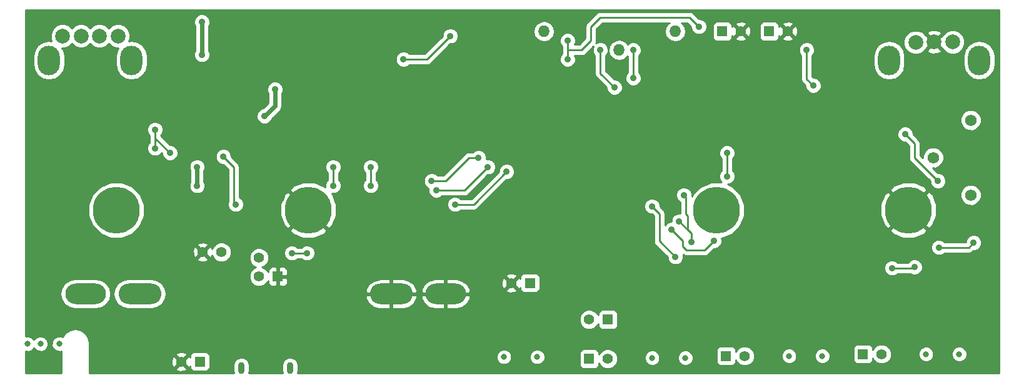
<source format=gbl>
G04 (created by PCBNEW (2013-07-07 BZR 4022)-stable) date 11/11/2015 10:51:05 PM*
%MOIN*%
G04 Gerber Fmt 3.4, Leading zero omitted, Abs format*
%FSLAX34Y34*%
G01*
G70*
G90*
G04 APERTURE LIST*
%ADD10C,0.00590551*%
%ADD11O,0.228346X0.110236*%
%ADD12O,0.216535X0.110236*%
%ADD13R,0.055X0.055*%
%ADD14C,0.055*%
%ADD15C,0.25*%
%ADD16C,0.0787402*%
%ADD17O,0.11811X0.15748*%
%ADD18O,0.0354331X0.0629921*%
%ADD19C,0.062*%
%ADD20O,0.062X0.062*%
%ADD21C,0.032*%
%ADD22C,0.0314961*%
%ADD23C,0.035*%
%ADD24C,0.01*%
%ADD25C,0.023622*%
G04 APERTURE END LIST*
G54D10*
G54D11*
X42604Y-44284D03*
G54D12*
X45504Y-44284D03*
G54D13*
X36550Y-43350D03*
G54D14*
X35550Y-43350D03*
X35550Y-42350D03*
G54D15*
X27950Y-39800D03*
X38186Y-39800D03*
X59950Y-39800D03*
X70186Y-39800D03*
G54D14*
X33550Y-42050D03*
X32550Y-42050D03*
G54D16*
X70565Y-30837D03*
X71550Y-30817D03*
X72534Y-30817D03*
G54D17*
X73951Y-31801D03*
X69148Y-31801D03*
G54D13*
X54150Y-45650D03*
G54D14*
X53150Y-45650D03*
G54D13*
X60450Y-47600D03*
G54D14*
X61450Y-47600D03*
G54D13*
X67750Y-47500D03*
G54D14*
X68750Y-47500D03*
G54D13*
X50000Y-43700D03*
G54D14*
X49000Y-43700D03*
G54D13*
X60250Y-30250D03*
G54D14*
X61250Y-30250D03*
G54D13*
X62750Y-30250D03*
G54D14*
X63750Y-30250D03*
G54D11*
X29196Y-44284D03*
G54D12*
X26296Y-44284D03*
G54D18*
X37199Y-48240D03*
X34600Y-48240D03*
G54D13*
X32400Y-47900D03*
G54D14*
X31400Y-47900D03*
G54D16*
X25073Y-30502D03*
X26057Y-30502D03*
X27042Y-30502D03*
X28026Y-30502D03*
G54D17*
X28750Y-31801D03*
X24350Y-31801D03*
G54D13*
X53150Y-47750D03*
G54D14*
X54150Y-47750D03*
G54D19*
X73500Y-39000D03*
X73500Y-35000D03*
X71500Y-37000D03*
G54D20*
X50750Y-30250D03*
X57750Y-30250D03*
X54750Y-31250D03*
G54D21*
X24900Y-46950D03*
X23200Y-46950D03*
X23900Y-46950D03*
G54D22*
X48614Y-47650D03*
X50385Y-47650D03*
X56514Y-47700D03*
X58285Y-47700D03*
X63814Y-47600D03*
X65585Y-47600D03*
X71114Y-47500D03*
X72885Y-47500D03*
G54D23*
X46000Y-39500D03*
X48750Y-37750D03*
X69300Y-42900D03*
X70500Y-42850D03*
X58200Y-39000D03*
X58600Y-41500D03*
X57950Y-40400D03*
X59800Y-41450D03*
X57550Y-40850D03*
X73650Y-41550D03*
X71800Y-41800D03*
X32500Y-29750D03*
X32500Y-31500D03*
X32250Y-38500D03*
X32250Y-37500D03*
X35550Y-42350D03*
X35840Y-34780D03*
X36398Y-33351D03*
X60500Y-38000D03*
X60500Y-36750D03*
X54500Y-33250D03*
X53750Y-31250D03*
X44750Y-38250D03*
X47250Y-37000D03*
X55500Y-32750D03*
X55500Y-31250D03*
X25500Y-34900D03*
X47900Y-43700D03*
X34150Y-31050D03*
X24750Y-48100D03*
X32750Y-40250D03*
X32500Y-42750D03*
X27500Y-34250D03*
X30750Y-31500D03*
X72250Y-42750D03*
X65950Y-43100D03*
X58150Y-43200D03*
X74120Y-38065D03*
X36420Y-46480D03*
X47950Y-35590D03*
X47840Y-32013D03*
X35850Y-33720D03*
X40040Y-37120D03*
X38600Y-30680D03*
X56500Y-39600D03*
X57750Y-42300D03*
X30800Y-36750D03*
X33650Y-36950D03*
X34300Y-39500D03*
X37300Y-42100D03*
X38100Y-42100D03*
X30000Y-36500D03*
X30000Y-35500D03*
X47750Y-37500D03*
X41500Y-37500D03*
X41500Y-38500D03*
X45000Y-38750D03*
X70000Y-35750D03*
X71750Y-38250D03*
X64750Y-31250D03*
X65100Y-33150D03*
X39500Y-38500D03*
X39500Y-37500D03*
X59000Y-30000D03*
X43250Y-31750D03*
X45750Y-30500D03*
X52000Y-31750D03*
X52000Y-30750D03*
G54D24*
X46000Y-39500D02*
X47000Y-39500D01*
X47000Y-39500D02*
X48750Y-37750D01*
X70450Y-42900D02*
X69300Y-42900D01*
X70500Y-42850D02*
X70450Y-42900D01*
X58400Y-40100D02*
X58400Y-40850D01*
X58300Y-40000D02*
X58400Y-40100D01*
X58300Y-39100D02*
X58300Y-40000D01*
X58200Y-39000D02*
X58300Y-39100D01*
X58400Y-40850D02*
X58600Y-41050D01*
X58600Y-41050D02*
X58600Y-41500D01*
X57950Y-40400D02*
X58400Y-40850D01*
X57550Y-40850D02*
X58150Y-41450D01*
X58150Y-41450D02*
X58150Y-41750D01*
X58150Y-41750D02*
X58350Y-41950D01*
X58350Y-41950D02*
X59300Y-41950D01*
X59300Y-41950D02*
X59800Y-41450D01*
X73650Y-41550D02*
X73400Y-41800D01*
X73400Y-41800D02*
X71800Y-41800D01*
G54D25*
X32500Y-31500D02*
X32500Y-29750D01*
X32250Y-37500D02*
X32250Y-38500D01*
X36398Y-33843D02*
X36398Y-34238D01*
X36398Y-33351D02*
X36398Y-33843D01*
G54D24*
X35856Y-34780D02*
X35840Y-34780D01*
G54D25*
X36398Y-34238D02*
X35856Y-34780D01*
G54D24*
X60500Y-37750D02*
X60500Y-38000D01*
X60500Y-36750D02*
X60500Y-37750D01*
X53750Y-32500D02*
X54500Y-33250D01*
X53750Y-31250D02*
X53750Y-32500D01*
X44750Y-38250D02*
X45500Y-38250D01*
X45500Y-38250D02*
X46750Y-37000D01*
X46750Y-37000D02*
X47250Y-37000D01*
X55500Y-32750D02*
X55500Y-31250D01*
X56500Y-39600D02*
X56900Y-40000D01*
X56900Y-40000D02*
X56900Y-41450D01*
X56900Y-41450D02*
X57750Y-42300D01*
X30050Y-36000D02*
X30000Y-36000D01*
X30800Y-36750D02*
X30050Y-36000D01*
X34200Y-37500D02*
X33650Y-36950D01*
X34200Y-39400D02*
X34200Y-37500D01*
X34300Y-39500D02*
X34200Y-39400D01*
X38100Y-42100D02*
X37300Y-42100D01*
X30000Y-36500D02*
X30000Y-36000D01*
X30000Y-36000D02*
X30000Y-35500D01*
X45000Y-38750D02*
X46500Y-38750D01*
X46500Y-38750D02*
X47750Y-37500D01*
X41500Y-37500D02*
X41500Y-38500D01*
X70000Y-35750D02*
X70500Y-36250D01*
X70500Y-36250D02*
X70500Y-37000D01*
X70500Y-37000D02*
X71750Y-38250D01*
X64750Y-31250D02*
X64750Y-32800D01*
X64750Y-32800D02*
X65100Y-33150D01*
X39500Y-37500D02*
X39500Y-38500D01*
X52000Y-31250D02*
X52750Y-31250D01*
X58500Y-29500D02*
X59000Y-30000D01*
X53750Y-29500D02*
X58500Y-29500D01*
X53250Y-30000D02*
X53750Y-29500D01*
X53250Y-30750D02*
X53250Y-30000D01*
X52750Y-31250D02*
X53250Y-30750D01*
X44500Y-31750D02*
X43250Y-31750D01*
X45750Y-30500D02*
X44500Y-31750D01*
X52000Y-30750D02*
X52000Y-31250D01*
X52000Y-31250D02*
X52000Y-31750D01*
G54D10*
G36*
X75000Y-48501D02*
X74792Y-48501D01*
X74792Y-32019D01*
X74792Y-31584D01*
X74728Y-31263D01*
X74545Y-30990D01*
X74273Y-30808D01*
X73951Y-30744D01*
X73629Y-30808D01*
X73357Y-30990D01*
X73178Y-31258D01*
X73178Y-30690D01*
X73080Y-30453D01*
X72899Y-30272D01*
X72662Y-30174D01*
X72406Y-30173D01*
X72170Y-30271D01*
X72006Y-30435D01*
X72003Y-30434D01*
X71933Y-30505D01*
X71933Y-30363D01*
X71894Y-30258D01*
X71654Y-30169D01*
X71398Y-30179D01*
X71205Y-30258D01*
X71166Y-30363D01*
X71550Y-30747D01*
X71933Y-30363D01*
X71933Y-30505D01*
X71620Y-30817D01*
X72003Y-31200D01*
X72006Y-31199D01*
X72169Y-31363D01*
X72405Y-31461D01*
X72661Y-31461D01*
X72898Y-31363D01*
X73079Y-31182D01*
X73177Y-30946D01*
X73178Y-30690D01*
X73178Y-31258D01*
X73175Y-31263D01*
X73111Y-31584D01*
X73111Y-32019D01*
X73175Y-32340D01*
X73357Y-32613D01*
X73629Y-32795D01*
X73951Y-32859D01*
X74273Y-32795D01*
X74545Y-32613D01*
X74728Y-32340D01*
X74792Y-32019D01*
X74792Y-48501D01*
X74075Y-48501D01*
X74075Y-41465D01*
X74060Y-41429D01*
X74060Y-38889D01*
X74060Y-34889D01*
X73975Y-34683D01*
X73817Y-34525D01*
X73611Y-34440D01*
X73389Y-34439D01*
X73183Y-34524D01*
X73025Y-34682D01*
X72940Y-34888D01*
X72939Y-35110D01*
X73024Y-35316D01*
X73182Y-35474D01*
X73388Y-35559D01*
X73610Y-35560D01*
X73816Y-35475D01*
X73974Y-35317D01*
X74059Y-35111D01*
X74060Y-34889D01*
X74060Y-38889D01*
X73975Y-38683D01*
X73817Y-38525D01*
X73611Y-38440D01*
X73389Y-38439D01*
X73183Y-38524D01*
X73025Y-38682D01*
X72940Y-38888D01*
X72939Y-39110D01*
X73024Y-39316D01*
X73182Y-39474D01*
X73388Y-39559D01*
X73610Y-39560D01*
X73816Y-39475D01*
X73974Y-39317D01*
X74059Y-39111D01*
X74060Y-38889D01*
X74060Y-41429D01*
X74010Y-41309D01*
X73891Y-41189D01*
X73734Y-41125D01*
X73565Y-41124D01*
X73409Y-41189D01*
X73289Y-41308D01*
X73225Y-41465D01*
X73225Y-41500D01*
X72175Y-41500D01*
X72175Y-38165D01*
X72110Y-38009D01*
X71991Y-37889D01*
X71834Y-37825D01*
X71749Y-37824D01*
X71484Y-37559D01*
X71610Y-37560D01*
X71816Y-37475D01*
X71974Y-37317D01*
X72059Y-37111D01*
X72060Y-36889D01*
X71975Y-36683D01*
X71933Y-36641D01*
X71933Y-31271D01*
X71550Y-30888D01*
X71479Y-30959D01*
X71479Y-30817D01*
X71096Y-30434D01*
X71079Y-30440D01*
X70930Y-30292D01*
X70694Y-30193D01*
X70438Y-30193D01*
X70201Y-30291D01*
X70020Y-30472D01*
X69922Y-30708D01*
X69921Y-30964D01*
X70019Y-31201D01*
X70200Y-31382D01*
X70437Y-31480D01*
X70693Y-31481D01*
X70929Y-31383D01*
X71111Y-31202D01*
X71122Y-31174D01*
X71479Y-30817D01*
X71479Y-30959D01*
X71166Y-31271D01*
X71205Y-31376D01*
X71445Y-31465D01*
X71701Y-31456D01*
X71894Y-31376D01*
X71933Y-31271D01*
X71933Y-36641D01*
X71817Y-36525D01*
X71611Y-36440D01*
X71389Y-36439D01*
X71183Y-36524D01*
X71025Y-36682D01*
X70940Y-36888D01*
X70939Y-37015D01*
X70800Y-36875D01*
X70800Y-36250D01*
X70777Y-36135D01*
X70712Y-36037D01*
X70712Y-36037D01*
X70424Y-35750D01*
X70425Y-35665D01*
X70360Y-35509D01*
X70241Y-35389D01*
X70084Y-35325D01*
X69988Y-35324D01*
X69988Y-32019D01*
X69988Y-31584D01*
X69924Y-31263D01*
X69742Y-30990D01*
X69470Y-30808D01*
X69148Y-30744D01*
X68826Y-30808D01*
X68554Y-30990D01*
X68371Y-31263D01*
X68307Y-31584D01*
X68307Y-32019D01*
X68371Y-32340D01*
X68554Y-32613D01*
X68826Y-32795D01*
X69148Y-32859D01*
X69470Y-32795D01*
X69742Y-32613D01*
X69924Y-32340D01*
X69988Y-32019D01*
X69988Y-35324D01*
X69915Y-35324D01*
X69759Y-35389D01*
X69639Y-35508D01*
X69575Y-35665D01*
X69574Y-35834D01*
X69639Y-35990D01*
X69758Y-36110D01*
X69915Y-36174D01*
X70000Y-36175D01*
X70200Y-36374D01*
X70200Y-37000D01*
X70222Y-37114D01*
X70287Y-37212D01*
X71325Y-38249D01*
X71324Y-38334D01*
X71389Y-38490D01*
X71508Y-38610D01*
X71665Y-38674D01*
X71834Y-38675D01*
X71990Y-38610D01*
X72110Y-38491D01*
X72174Y-38334D01*
X72175Y-38165D01*
X72175Y-41500D01*
X72101Y-41500D01*
X72041Y-41439D01*
X71884Y-41375D01*
X71715Y-41374D01*
X71688Y-41386D01*
X71688Y-39511D01*
X71463Y-38958D01*
X71452Y-38941D01*
X71258Y-38798D01*
X71187Y-38869D01*
X71187Y-38728D01*
X71044Y-38533D01*
X70494Y-38301D01*
X69897Y-38298D01*
X69344Y-38522D01*
X69328Y-38533D01*
X69184Y-38728D01*
X70186Y-39729D01*
X71187Y-38728D01*
X71187Y-38869D01*
X70256Y-39800D01*
X71258Y-40801D01*
X71452Y-40658D01*
X71684Y-40108D01*
X71688Y-39511D01*
X71688Y-41386D01*
X71559Y-41439D01*
X71439Y-41558D01*
X71375Y-41715D01*
X71374Y-41884D01*
X71439Y-42040D01*
X71558Y-42160D01*
X71715Y-42224D01*
X71884Y-42225D01*
X72040Y-42160D01*
X72101Y-42100D01*
X73400Y-42100D01*
X73400Y-42099D01*
X73514Y-42077D01*
X73514Y-42077D01*
X73612Y-42012D01*
X73649Y-41974D01*
X73734Y-41975D01*
X73890Y-41910D01*
X74010Y-41791D01*
X74074Y-41634D01*
X74075Y-41465D01*
X74075Y-48501D01*
X73293Y-48501D01*
X73293Y-47419D01*
X73231Y-47269D01*
X73116Y-47154D01*
X72967Y-47092D01*
X72805Y-47092D01*
X72655Y-47154D01*
X72540Y-47268D01*
X72478Y-47418D01*
X72478Y-47580D01*
X72540Y-47730D01*
X72654Y-47845D01*
X72804Y-47907D01*
X72966Y-47907D01*
X73116Y-47845D01*
X73231Y-47731D01*
X73293Y-47581D01*
X73293Y-47419D01*
X73293Y-48501D01*
X71521Y-48501D01*
X71521Y-47419D01*
X71459Y-47269D01*
X71345Y-47154D01*
X71195Y-47092D01*
X71187Y-47092D01*
X71187Y-40871D01*
X70186Y-39870D01*
X70115Y-39941D01*
X70115Y-39800D01*
X69114Y-38798D01*
X68920Y-38941D01*
X68688Y-39491D01*
X68684Y-40088D01*
X68909Y-40641D01*
X68920Y-40658D01*
X69114Y-40801D01*
X70115Y-39800D01*
X70115Y-39941D01*
X69184Y-40871D01*
X69328Y-41066D01*
X69878Y-41298D01*
X70474Y-41301D01*
X71027Y-41077D01*
X71044Y-41066D01*
X71187Y-40871D01*
X71187Y-47092D01*
X71033Y-47092D01*
X70925Y-47137D01*
X70925Y-42765D01*
X70860Y-42609D01*
X70741Y-42489D01*
X70584Y-42425D01*
X70415Y-42424D01*
X70259Y-42489D01*
X70148Y-42600D01*
X69601Y-42600D01*
X69541Y-42539D01*
X69384Y-42475D01*
X69215Y-42474D01*
X69059Y-42539D01*
X68939Y-42658D01*
X68875Y-42815D01*
X68874Y-42984D01*
X68939Y-43140D01*
X69058Y-43260D01*
X69215Y-43324D01*
X69384Y-43325D01*
X69540Y-43260D01*
X69601Y-43200D01*
X70248Y-43200D01*
X70258Y-43210D01*
X70415Y-43274D01*
X70584Y-43275D01*
X70740Y-43210D01*
X70860Y-43091D01*
X70924Y-42934D01*
X70925Y-42765D01*
X70925Y-47137D01*
X70883Y-47154D01*
X70768Y-47268D01*
X70706Y-47418D01*
X70706Y-47580D01*
X70768Y-47730D01*
X70883Y-47845D01*
X71032Y-47907D01*
X71194Y-47907D01*
X71344Y-47845D01*
X71459Y-47731D01*
X71521Y-47581D01*
X71521Y-47419D01*
X71521Y-48501D01*
X69275Y-48501D01*
X69275Y-47396D01*
X69195Y-47203D01*
X69047Y-47055D01*
X68854Y-46975D01*
X68646Y-46974D01*
X68453Y-47054D01*
X68305Y-47202D01*
X68275Y-47274D01*
X68275Y-47175D01*
X68237Y-47083D01*
X68166Y-47013D01*
X68074Y-46975D01*
X67975Y-46974D01*
X67425Y-46974D01*
X67333Y-47012D01*
X67263Y-47083D01*
X67225Y-47175D01*
X67224Y-47274D01*
X67224Y-47824D01*
X67262Y-47916D01*
X67333Y-47986D01*
X67425Y-48024D01*
X67524Y-48025D01*
X68074Y-48025D01*
X68166Y-47987D01*
X68236Y-47916D01*
X68274Y-47824D01*
X68275Y-47725D01*
X68275Y-47725D01*
X68304Y-47797D01*
X68452Y-47944D01*
X68645Y-48024D01*
X68853Y-48025D01*
X69047Y-47945D01*
X69194Y-47797D01*
X69274Y-47604D01*
X69275Y-47396D01*
X69275Y-48501D01*
X65993Y-48501D01*
X65993Y-47519D01*
X65931Y-47369D01*
X65816Y-47254D01*
X65667Y-47192D01*
X65525Y-47192D01*
X65525Y-33065D01*
X65460Y-32909D01*
X65341Y-32789D01*
X65184Y-32725D01*
X65099Y-32724D01*
X65050Y-32675D01*
X65050Y-31551D01*
X65110Y-31491D01*
X65174Y-31334D01*
X65175Y-31165D01*
X65110Y-31009D01*
X64991Y-30889D01*
X64834Y-30825D01*
X64665Y-30824D01*
X64509Y-30889D01*
X64389Y-31008D01*
X64325Y-31165D01*
X64324Y-31334D01*
X64389Y-31490D01*
X64450Y-31551D01*
X64450Y-32800D01*
X64472Y-32914D01*
X64537Y-33012D01*
X64675Y-33149D01*
X64674Y-33234D01*
X64739Y-33390D01*
X64858Y-33510D01*
X65015Y-33574D01*
X65184Y-33575D01*
X65340Y-33510D01*
X65460Y-33391D01*
X65524Y-33234D01*
X65525Y-33065D01*
X65525Y-47192D01*
X65505Y-47192D01*
X65355Y-47254D01*
X65240Y-47368D01*
X65178Y-47518D01*
X65178Y-47680D01*
X65240Y-47830D01*
X65354Y-47945D01*
X65504Y-48007D01*
X65666Y-48007D01*
X65816Y-47945D01*
X65931Y-47831D01*
X65993Y-47681D01*
X65993Y-47519D01*
X65993Y-48501D01*
X64279Y-48501D01*
X64279Y-30325D01*
X64268Y-30117D01*
X64210Y-29977D01*
X64117Y-29952D01*
X64047Y-30023D01*
X64047Y-29882D01*
X64022Y-29789D01*
X63825Y-29720D01*
X63617Y-29731D01*
X63477Y-29789D01*
X63452Y-29882D01*
X63750Y-30179D01*
X64047Y-29882D01*
X64047Y-30023D01*
X63820Y-30250D01*
X64117Y-30547D01*
X64210Y-30522D01*
X64279Y-30325D01*
X64279Y-48501D01*
X64221Y-48501D01*
X64221Y-47519D01*
X64159Y-47369D01*
X64047Y-47256D01*
X64047Y-30617D01*
X63750Y-30320D01*
X63679Y-30391D01*
X63679Y-30250D01*
X63382Y-29952D01*
X63289Y-29977D01*
X63275Y-30018D01*
X63275Y-29925D01*
X63237Y-29833D01*
X63166Y-29763D01*
X63074Y-29725D01*
X62975Y-29724D01*
X62425Y-29724D01*
X62333Y-29762D01*
X62263Y-29833D01*
X62225Y-29925D01*
X62224Y-30024D01*
X62224Y-30574D01*
X62262Y-30666D01*
X62333Y-30736D01*
X62425Y-30774D01*
X62524Y-30775D01*
X63074Y-30775D01*
X63166Y-30737D01*
X63236Y-30666D01*
X63274Y-30574D01*
X63275Y-30487D01*
X63289Y-30522D01*
X63382Y-30547D01*
X63679Y-30250D01*
X63679Y-30391D01*
X63452Y-30617D01*
X63477Y-30710D01*
X63674Y-30779D01*
X63882Y-30768D01*
X64022Y-30710D01*
X64047Y-30617D01*
X64047Y-47256D01*
X64045Y-47254D01*
X63895Y-47192D01*
X63733Y-47192D01*
X63583Y-47254D01*
X63468Y-47368D01*
X63406Y-47518D01*
X63406Y-47680D01*
X63468Y-47830D01*
X63583Y-47945D01*
X63732Y-48007D01*
X63894Y-48007D01*
X64044Y-47945D01*
X64159Y-47831D01*
X64221Y-47681D01*
X64221Y-47519D01*
X64221Y-48501D01*
X61975Y-48501D01*
X61975Y-47496D01*
X61895Y-47303D01*
X61779Y-47187D01*
X61779Y-30325D01*
X61768Y-30117D01*
X61710Y-29977D01*
X61617Y-29952D01*
X61547Y-30023D01*
X61547Y-29882D01*
X61522Y-29789D01*
X61325Y-29720D01*
X61117Y-29731D01*
X60977Y-29789D01*
X60952Y-29882D01*
X61250Y-30179D01*
X61547Y-29882D01*
X61547Y-30023D01*
X61320Y-30250D01*
X61617Y-30547D01*
X61710Y-30522D01*
X61779Y-30325D01*
X61779Y-47187D01*
X61747Y-47155D01*
X61554Y-47075D01*
X61547Y-47075D01*
X61547Y-30617D01*
X61250Y-30320D01*
X61179Y-30391D01*
X61179Y-30250D01*
X60882Y-29952D01*
X60789Y-29977D01*
X60775Y-30018D01*
X60775Y-29925D01*
X60737Y-29833D01*
X60666Y-29763D01*
X60574Y-29725D01*
X60475Y-29724D01*
X59925Y-29724D01*
X59833Y-29762D01*
X59763Y-29833D01*
X59725Y-29925D01*
X59724Y-30024D01*
X59724Y-30574D01*
X59762Y-30666D01*
X59833Y-30736D01*
X59925Y-30774D01*
X60024Y-30775D01*
X60574Y-30775D01*
X60666Y-30737D01*
X60736Y-30666D01*
X60774Y-30574D01*
X60775Y-30487D01*
X60789Y-30522D01*
X60882Y-30547D01*
X61179Y-30250D01*
X61179Y-30391D01*
X60952Y-30617D01*
X60977Y-30710D01*
X61174Y-30779D01*
X61382Y-30768D01*
X61522Y-30710D01*
X61547Y-30617D01*
X61547Y-47075D01*
X61450Y-47075D01*
X61450Y-39502D01*
X61222Y-38951D01*
X60800Y-38529D01*
X60550Y-38425D01*
X60584Y-38425D01*
X60740Y-38360D01*
X60860Y-38241D01*
X60924Y-38084D01*
X60925Y-37915D01*
X60860Y-37759D01*
X60800Y-37698D01*
X60800Y-37051D01*
X60860Y-36991D01*
X60924Y-36834D01*
X60925Y-36665D01*
X60860Y-36509D01*
X60741Y-36389D01*
X60584Y-36325D01*
X60415Y-36324D01*
X60259Y-36389D01*
X60139Y-36508D01*
X60075Y-36665D01*
X60074Y-36834D01*
X60139Y-36990D01*
X60200Y-37051D01*
X60200Y-37698D01*
X60139Y-37758D01*
X60075Y-37915D01*
X60074Y-38084D01*
X60139Y-38240D01*
X60199Y-38300D01*
X59652Y-38299D01*
X59425Y-38393D01*
X59425Y-29915D01*
X59360Y-29759D01*
X59241Y-29639D01*
X59084Y-29575D01*
X58999Y-29574D01*
X58712Y-29287D01*
X58614Y-29222D01*
X58500Y-29200D01*
X53750Y-29200D01*
X53635Y-29222D01*
X53537Y-29287D01*
X53037Y-29787D01*
X52972Y-29885D01*
X52950Y-30000D01*
X52950Y-30625D01*
X52625Y-30950D01*
X52377Y-30950D01*
X52424Y-30834D01*
X52425Y-30665D01*
X52360Y-30509D01*
X52241Y-30389D01*
X52084Y-30325D01*
X51915Y-30324D01*
X51759Y-30389D01*
X51639Y-30508D01*
X51575Y-30665D01*
X51574Y-30834D01*
X51639Y-30990D01*
X51700Y-31051D01*
X51700Y-31250D01*
X51700Y-31448D01*
X51639Y-31508D01*
X51575Y-31665D01*
X51574Y-31834D01*
X51639Y-31990D01*
X51758Y-32110D01*
X51915Y-32174D01*
X52084Y-32175D01*
X52240Y-32110D01*
X52360Y-31991D01*
X52424Y-31834D01*
X52425Y-31665D01*
X52377Y-31550D01*
X52750Y-31550D01*
X52750Y-31549D01*
X52864Y-31527D01*
X52864Y-31527D01*
X52962Y-31462D01*
X53371Y-31052D01*
X53325Y-31165D01*
X53324Y-31334D01*
X53389Y-31490D01*
X53450Y-31551D01*
X53450Y-32500D01*
X53472Y-32614D01*
X53537Y-32712D01*
X54075Y-33249D01*
X54074Y-33334D01*
X54139Y-33490D01*
X54258Y-33610D01*
X54415Y-33674D01*
X54584Y-33675D01*
X54740Y-33610D01*
X54860Y-33491D01*
X54924Y-33334D01*
X54925Y-33165D01*
X54860Y-33009D01*
X54741Y-32889D01*
X54584Y-32825D01*
X54499Y-32824D01*
X54050Y-32375D01*
X54050Y-31551D01*
X54110Y-31491D01*
X54174Y-31334D01*
X54175Y-31165D01*
X54110Y-31009D01*
X53991Y-30889D01*
X53834Y-30825D01*
X53665Y-30824D01*
X53511Y-30888D01*
X53527Y-30864D01*
X53549Y-30750D01*
X53550Y-30750D01*
X53550Y-30124D01*
X53874Y-29800D01*
X57423Y-29800D01*
X57343Y-29854D01*
X57221Y-30035D01*
X57179Y-30250D01*
X57221Y-30464D01*
X57343Y-30645D01*
X57524Y-30767D01*
X57739Y-30810D01*
X57760Y-30810D01*
X57975Y-30767D01*
X58156Y-30645D01*
X58278Y-30464D01*
X58320Y-30250D01*
X58278Y-30035D01*
X58156Y-29854D01*
X58076Y-29800D01*
X58375Y-29800D01*
X58575Y-29999D01*
X58574Y-30084D01*
X58639Y-30240D01*
X58758Y-30360D01*
X58915Y-30424D01*
X59084Y-30425D01*
X59240Y-30360D01*
X59360Y-30241D01*
X59424Y-30084D01*
X59425Y-29915D01*
X59425Y-38393D01*
X59101Y-38527D01*
X58679Y-38949D01*
X58624Y-39079D01*
X58625Y-38915D01*
X58560Y-38759D01*
X58441Y-38639D01*
X58284Y-38575D01*
X58115Y-38574D01*
X57959Y-38639D01*
X57839Y-38758D01*
X57775Y-38915D01*
X57774Y-39084D01*
X57839Y-39240D01*
X57958Y-39360D01*
X58000Y-39377D01*
X58000Y-39975D01*
X57865Y-39974D01*
X57709Y-40039D01*
X57589Y-40158D01*
X57525Y-40315D01*
X57524Y-40424D01*
X57465Y-40424D01*
X57309Y-40489D01*
X57200Y-40598D01*
X57200Y-40000D01*
X57199Y-39999D01*
X57177Y-39885D01*
X57112Y-39787D01*
X57112Y-39787D01*
X56924Y-39600D01*
X56925Y-39515D01*
X56860Y-39359D01*
X56741Y-39239D01*
X56584Y-39175D01*
X56415Y-39174D01*
X56259Y-39239D01*
X56139Y-39358D01*
X56075Y-39515D01*
X56074Y-39684D01*
X56139Y-39840D01*
X56258Y-39960D01*
X56415Y-40024D01*
X56500Y-40025D01*
X56600Y-40124D01*
X56600Y-41450D01*
X56622Y-41564D01*
X56687Y-41662D01*
X57325Y-42299D01*
X57324Y-42384D01*
X57389Y-42540D01*
X57508Y-42660D01*
X57665Y-42724D01*
X57834Y-42725D01*
X57990Y-42660D01*
X58110Y-42541D01*
X58174Y-42384D01*
X58175Y-42215D01*
X58158Y-42175D01*
X58235Y-42227D01*
X58350Y-42250D01*
X59300Y-42250D01*
X59300Y-42249D01*
X59414Y-42227D01*
X59414Y-42227D01*
X59512Y-42162D01*
X59799Y-41874D01*
X59884Y-41875D01*
X60040Y-41810D01*
X60160Y-41691D01*
X60224Y-41534D01*
X60225Y-41365D01*
X60197Y-41300D01*
X60247Y-41300D01*
X60798Y-41072D01*
X61220Y-40650D01*
X61449Y-40099D01*
X61450Y-39502D01*
X61450Y-47075D01*
X61346Y-47074D01*
X61153Y-47154D01*
X61005Y-47302D01*
X60975Y-47374D01*
X60975Y-47275D01*
X60937Y-47183D01*
X60866Y-47113D01*
X60774Y-47075D01*
X60675Y-47074D01*
X60125Y-47074D01*
X60033Y-47112D01*
X59963Y-47183D01*
X59925Y-47275D01*
X59924Y-47374D01*
X59924Y-47924D01*
X59962Y-48016D01*
X60033Y-48086D01*
X60125Y-48124D01*
X60224Y-48125D01*
X60774Y-48125D01*
X60866Y-48087D01*
X60936Y-48016D01*
X60974Y-47924D01*
X60975Y-47825D01*
X60975Y-47825D01*
X61004Y-47897D01*
X61152Y-48044D01*
X61345Y-48124D01*
X61553Y-48125D01*
X61747Y-48045D01*
X61894Y-47897D01*
X61974Y-47704D01*
X61975Y-47496D01*
X61975Y-48501D01*
X58693Y-48501D01*
X58693Y-47619D01*
X58631Y-47469D01*
X58516Y-47354D01*
X58367Y-47292D01*
X58205Y-47292D01*
X58055Y-47354D01*
X57940Y-47468D01*
X57878Y-47618D01*
X57878Y-47780D01*
X57940Y-47930D01*
X58054Y-48045D01*
X58204Y-48107D01*
X58366Y-48107D01*
X58516Y-48045D01*
X58631Y-47931D01*
X58693Y-47781D01*
X58693Y-47619D01*
X58693Y-48501D01*
X56921Y-48501D01*
X56921Y-47619D01*
X56859Y-47469D01*
X56745Y-47354D01*
X56595Y-47292D01*
X56433Y-47292D01*
X56283Y-47354D01*
X56168Y-47468D01*
X56106Y-47618D01*
X56106Y-47780D01*
X56168Y-47930D01*
X56283Y-48045D01*
X56432Y-48107D01*
X56594Y-48107D01*
X56744Y-48045D01*
X56859Y-47931D01*
X56921Y-47781D01*
X56921Y-47619D01*
X56921Y-48501D01*
X55925Y-48501D01*
X55925Y-32665D01*
X55860Y-32509D01*
X55800Y-32448D01*
X55800Y-31551D01*
X55860Y-31491D01*
X55924Y-31334D01*
X55925Y-31165D01*
X55860Y-31009D01*
X55741Y-30889D01*
X55584Y-30825D01*
X55415Y-30824D01*
X55259Y-30889D01*
X55212Y-30936D01*
X55156Y-30854D01*
X54975Y-30732D01*
X54760Y-30690D01*
X54739Y-30690D01*
X54524Y-30732D01*
X54343Y-30854D01*
X54221Y-31035D01*
X54179Y-31250D01*
X54221Y-31464D01*
X54343Y-31645D01*
X54524Y-31767D01*
X54739Y-31810D01*
X54760Y-31810D01*
X54975Y-31767D01*
X55156Y-31645D01*
X55200Y-31581D01*
X55200Y-32448D01*
X55139Y-32508D01*
X55075Y-32665D01*
X55074Y-32834D01*
X55139Y-32990D01*
X55258Y-33110D01*
X55415Y-33174D01*
X55584Y-33175D01*
X55740Y-33110D01*
X55860Y-32991D01*
X55924Y-32834D01*
X55925Y-32665D01*
X55925Y-48501D01*
X54675Y-48501D01*
X54675Y-47646D01*
X54675Y-47645D01*
X54675Y-45875D01*
X54675Y-45325D01*
X54637Y-45233D01*
X54566Y-45163D01*
X54474Y-45125D01*
X54375Y-45124D01*
X53825Y-45124D01*
X53733Y-45162D01*
X53663Y-45233D01*
X53625Y-45325D01*
X53624Y-45424D01*
X53624Y-45424D01*
X53595Y-45353D01*
X53447Y-45205D01*
X53254Y-45125D01*
X53046Y-45124D01*
X52853Y-45204D01*
X52705Y-45352D01*
X52625Y-45545D01*
X52624Y-45753D01*
X52704Y-45947D01*
X52852Y-46094D01*
X53045Y-46174D01*
X53253Y-46175D01*
X53447Y-46095D01*
X53594Y-45947D01*
X53624Y-45875D01*
X53624Y-45974D01*
X53662Y-46066D01*
X53733Y-46136D01*
X53825Y-46174D01*
X53924Y-46175D01*
X54474Y-46175D01*
X54566Y-46137D01*
X54636Y-46066D01*
X54674Y-45974D01*
X54675Y-45875D01*
X54675Y-47645D01*
X54595Y-47453D01*
X54447Y-47305D01*
X54254Y-47225D01*
X54046Y-47224D01*
X53853Y-47304D01*
X53705Y-47452D01*
X53675Y-47524D01*
X53675Y-47425D01*
X53637Y-47333D01*
X53566Y-47263D01*
X53474Y-47225D01*
X53375Y-47224D01*
X52825Y-47224D01*
X52733Y-47262D01*
X52663Y-47333D01*
X52625Y-47425D01*
X52624Y-47524D01*
X52624Y-48074D01*
X52662Y-48166D01*
X52733Y-48236D01*
X52825Y-48274D01*
X52924Y-48275D01*
X53474Y-48275D01*
X53566Y-48237D01*
X53636Y-48166D01*
X53674Y-48074D01*
X53675Y-47975D01*
X53675Y-47975D01*
X53704Y-48047D01*
X53852Y-48194D01*
X54045Y-48274D01*
X54253Y-48275D01*
X54447Y-48195D01*
X54594Y-48047D01*
X54674Y-47854D01*
X54675Y-47646D01*
X54675Y-48501D01*
X51320Y-48501D01*
X51320Y-30250D01*
X51278Y-30035D01*
X51156Y-29854D01*
X50975Y-29732D01*
X50760Y-29690D01*
X50739Y-29690D01*
X50524Y-29732D01*
X50343Y-29854D01*
X50221Y-30035D01*
X50179Y-30250D01*
X50221Y-30464D01*
X50343Y-30645D01*
X50524Y-30767D01*
X50739Y-30810D01*
X50760Y-30810D01*
X50975Y-30767D01*
X51156Y-30645D01*
X51278Y-30464D01*
X51320Y-30250D01*
X51320Y-48501D01*
X50793Y-48501D01*
X50793Y-47569D01*
X50731Y-47419D01*
X50616Y-47304D01*
X50525Y-47266D01*
X50525Y-43925D01*
X50525Y-43375D01*
X50487Y-43283D01*
X50416Y-43213D01*
X50324Y-43175D01*
X50225Y-43174D01*
X49675Y-43174D01*
X49583Y-43212D01*
X49513Y-43283D01*
X49475Y-43375D01*
X49474Y-43462D01*
X49460Y-43427D01*
X49367Y-43402D01*
X49297Y-43473D01*
X49297Y-43332D01*
X49272Y-43239D01*
X49175Y-43205D01*
X49175Y-37665D01*
X49110Y-37509D01*
X48991Y-37389D01*
X48834Y-37325D01*
X48665Y-37324D01*
X48509Y-37389D01*
X48389Y-37508D01*
X48325Y-37665D01*
X48324Y-37750D01*
X48175Y-37900D01*
X48175Y-37415D01*
X48110Y-37259D01*
X47991Y-37139D01*
X47834Y-37075D01*
X47674Y-37074D01*
X47675Y-36915D01*
X47610Y-36759D01*
X47491Y-36639D01*
X47334Y-36575D01*
X47165Y-36574D01*
X47009Y-36639D01*
X46948Y-36700D01*
X46750Y-36700D01*
X46635Y-36722D01*
X46537Y-36787D01*
X46175Y-37150D01*
X46175Y-30415D01*
X46110Y-30259D01*
X45991Y-30139D01*
X45834Y-30075D01*
X45665Y-30074D01*
X45509Y-30139D01*
X45389Y-30258D01*
X45325Y-30415D01*
X45324Y-30500D01*
X44375Y-31450D01*
X43551Y-31450D01*
X43491Y-31389D01*
X43334Y-31325D01*
X43165Y-31324D01*
X43009Y-31389D01*
X42889Y-31508D01*
X42825Y-31665D01*
X42824Y-31834D01*
X42889Y-31990D01*
X43008Y-32110D01*
X43165Y-32174D01*
X43334Y-32175D01*
X43490Y-32110D01*
X43551Y-32050D01*
X44500Y-32050D01*
X44500Y-32049D01*
X44614Y-32027D01*
X44614Y-32027D01*
X44712Y-31962D01*
X45749Y-30924D01*
X45834Y-30925D01*
X45990Y-30860D01*
X46110Y-30741D01*
X46174Y-30584D01*
X46175Y-30415D01*
X46175Y-37150D01*
X45375Y-37950D01*
X45051Y-37950D01*
X44991Y-37889D01*
X44834Y-37825D01*
X44665Y-37824D01*
X44509Y-37889D01*
X44389Y-38008D01*
X44325Y-38165D01*
X44324Y-38334D01*
X44389Y-38490D01*
X44508Y-38610D01*
X44584Y-38641D01*
X44575Y-38665D01*
X44574Y-38834D01*
X44639Y-38990D01*
X44758Y-39110D01*
X44915Y-39174D01*
X45084Y-39175D01*
X45240Y-39110D01*
X45301Y-39050D01*
X46500Y-39050D01*
X46500Y-39049D01*
X46614Y-39027D01*
X46614Y-39027D01*
X46712Y-38962D01*
X47749Y-37924D01*
X47834Y-37925D01*
X47990Y-37860D01*
X48110Y-37741D01*
X48174Y-37584D01*
X48175Y-37415D01*
X48175Y-37900D01*
X46875Y-39200D01*
X46301Y-39200D01*
X46241Y-39139D01*
X46084Y-39075D01*
X45915Y-39074D01*
X45759Y-39139D01*
X45639Y-39258D01*
X45575Y-39415D01*
X45574Y-39584D01*
X45639Y-39740D01*
X45758Y-39860D01*
X45915Y-39924D01*
X46084Y-39925D01*
X46240Y-39860D01*
X46301Y-39800D01*
X47000Y-39800D01*
X47000Y-39799D01*
X47114Y-39777D01*
X47114Y-39777D01*
X47212Y-39712D01*
X48749Y-38174D01*
X48834Y-38175D01*
X48990Y-38110D01*
X49110Y-37991D01*
X49174Y-37834D01*
X49175Y-37665D01*
X49175Y-43205D01*
X49075Y-43170D01*
X48867Y-43181D01*
X48727Y-43239D01*
X48702Y-43332D01*
X49000Y-43629D01*
X49297Y-43332D01*
X49297Y-43473D01*
X49070Y-43700D01*
X49367Y-43997D01*
X49460Y-43972D01*
X49474Y-43931D01*
X49474Y-44024D01*
X49512Y-44116D01*
X49583Y-44186D01*
X49675Y-44224D01*
X49774Y-44225D01*
X50324Y-44225D01*
X50416Y-44187D01*
X50486Y-44116D01*
X50524Y-44024D01*
X50525Y-43925D01*
X50525Y-47266D01*
X50467Y-47242D01*
X50305Y-47242D01*
X50155Y-47304D01*
X50040Y-47418D01*
X49978Y-47568D01*
X49978Y-47730D01*
X50040Y-47880D01*
X50154Y-47995D01*
X50304Y-48057D01*
X50466Y-48057D01*
X50616Y-47995D01*
X50731Y-47881D01*
X50793Y-47731D01*
X50793Y-47569D01*
X50793Y-48501D01*
X49297Y-48501D01*
X49297Y-44067D01*
X49000Y-43770D01*
X48929Y-43841D01*
X48929Y-43700D01*
X48632Y-43402D01*
X48539Y-43427D01*
X48470Y-43624D01*
X48481Y-43832D01*
X48539Y-43972D01*
X48632Y-43997D01*
X48929Y-43700D01*
X48929Y-43841D01*
X48702Y-44067D01*
X48727Y-44160D01*
X48924Y-44229D01*
X49132Y-44218D01*
X49272Y-44160D01*
X49297Y-44067D01*
X49297Y-48501D01*
X49021Y-48501D01*
X49021Y-47569D01*
X48959Y-47419D01*
X48845Y-47304D01*
X48695Y-47242D01*
X48533Y-47242D01*
X48383Y-47304D01*
X48268Y-47418D01*
X48206Y-47568D01*
X48206Y-47730D01*
X48268Y-47880D01*
X48383Y-47995D01*
X48532Y-48057D01*
X48694Y-48057D01*
X48844Y-47995D01*
X48959Y-47881D01*
X49021Y-47731D01*
X49021Y-47569D01*
X49021Y-48501D01*
X46818Y-48501D01*
X46818Y-44458D01*
X46818Y-44109D01*
X46795Y-44023D01*
X46638Y-43753D01*
X46389Y-43563D01*
X46086Y-43483D01*
X45554Y-43483D01*
X45554Y-44234D01*
X46773Y-44234D01*
X46818Y-44109D01*
X46818Y-44458D01*
X46773Y-44334D01*
X45554Y-44334D01*
X45554Y-45085D01*
X46086Y-45085D01*
X46389Y-45005D01*
X46638Y-44815D01*
X46795Y-44544D01*
X46818Y-44458D01*
X46818Y-48501D01*
X45454Y-48501D01*
X45454Y-45085D01*
X45454Y-44334D01*
X45454Y-44234D01*
X45454Y-43483D01*
X44923Y-43483D01*
X44620Y-43563D01*
X44371Y-43753D01*
X44213Y-44023D01*
X44191Y-44109D01*
X44236Y-44234D01*
X45454Y-44234D01*
X45454Y-44334D01*
X44236Y-44334D01*
X44191Y-44458D01*
X44213Y-44544D01*
X44371Y-44815D01*
X44620Y-45005D01*
X44923Y-45085D01*
X45454Y-45085D01*
X45454Y-48501D01*
X43977Y-48501D01*
X43977Y-44458D01*
X43977Y-44109D01*
X43954Y-44023D01*
X43797Y-43753D01*
X43548Y-43563D01*
X43245Y-43483D01*
X42654Y-43483D01*
X42654Y-44234D01*
X43932Y-44234D01*
X43977Y-44109D01*
X43977Y-44458D01*
X43932Y-44334D01*
X42654Y-44334D01*
X42654Y-45085D01*
X43245Y-45085D01*
X43548Y-45005D01*
X43797Y-44815D01*
X43954Y-44544D01*
X43977Y-44458D01*
X43977Y-48501D01*
X42554Y-48501D01*
X42554Y-45085D01*
X42554Y-44334D01*
X42554Y-44234D01*
X42554Y-43483D01*
X41964Y-43483D01*
X41925Y-43493D01*
X41925Y-38415D01*
X41860Y-38259D01*
X41800Y-38198D01*
X41800Y-37801D01*
X41860Y-37741D01*
X41924Y-37584D01*
X41925Y-37415D01*
X41860Y-37259D01*
X41741Y-37139D01*
X41584Y-37075D01*
X41415Y-37074D01*
X41259Y-37139D01*
X41139Y-37258D01*
X41075Y-37415D01*
X41074Y-37584D01*
X41139Y-37740D01*
X41200Y-37801D01*
X41200Y-38198D01*
X41139Y-38258D01*
X41075Y-38415D01*
X41074Y-38584D01*
X41139Y-38740D01*
X41258Y-38860D01*
X41415Y-38924D01*
X41584Y-38925D01*
X41740Y-38860D01*
X41860Y-38741D01*
X41924Y-38584D01*
X41925Y-38415D01*
X41925Y-43493D01*
X41661Y-43563D01*
X41412Y-43753D01*
X41254Y-44023D01*
X41232Y-44109D01*
X41277Y-44234D01*
X42554Y-44234D01*
X42554Y-44334D01*
X41277Y-44334D01*
X41232Y-44458D01*
X41254Y-44544D01*
X41412Y-44815D01*
X41661Y-45005D01*
X41964Y-45085D01*
X42554Y-45085D01*
X42554Y-48501D01*
X39925Y-48501D01*
X39925Y-38415D01*
X39860Y-38259D01*
X39800Y-38198D01*
X39800Y-37801D01*
X39860Y-37741D01*
X39924Y-37584D01*
X39925Y-37415D01*
X39860Y-37259D01*
X39741Y-37139D01*
X39584Y-37075D01*
X39415Y-37074D01*
X39259Y-37139D01*
X39139Y-37258D01*
X39075Y-37415D01*
X39074Y-37584D01*
X39139Y-37740D01*
X39200Y-37801D01*
X39200Y-38198D01*
X39139Y-38258D01*
X39075Y-38415D01*
X39074Y-38575D01*
X39044Y-38533D01*
X38494Y-38301D01*
X37897Y-38298D01*
X37344Y-38522D01*
X37328Y-38533D01*
X37184Y-38728D01*
X38186Y-39729D01*
X38191Y-39723D01*
X38262Y-39794D01*
X38256Y-39800D01*
X39258Y-40801D01*
X39452Y-40658D01*
X39684Y-40108D01*
X39688Y-39511D01*
X39463Y-38958D01*
X39452Y-38941D01*
X39429Y-38924D01*
X39584Y-38925D01*
X39740Y-38860D01*
X39860Y-38741D01*
X39924Y-38584D01*
X39925Y-38415D01*
X39925Y-48501D01*
X39187Y-48501D01*
X39187Y-40871D01*
X38186Y-39870D01*
X38115Y-39941D01*
X38115Y-39800D01*
X37114Y-38798D01*
X36920Y-38941D01*
X36823Y-39171D01*
X36823Y-33267D01*
X36758Y-33110D01*
X36639Y-32991D01*
X36483Y-32926D01*
X36314Y-32926D01*
X36157Y-32990D01*
X36038Y-33110D01*
X35973Y-33266D01*
X35973Y-33435D01*
X36030Y-33573D01*
X36030Y-33843D01*
X36030Y-34085D01*
X35761Y-34354D01*
X35755Y-34354D01*
X35599Y-34419D01*
X35479Y-34538D01*
X35415Y-34695D01*
X35414Y-34864D01*
X35479Y-35020D01*
X35598Y-35140D01*
X35755Y-35204D01*
X35924Y-35205D01*
X36080Y-35140D01*
X36200Y-35021D01*
X36245Y-34912D01*
X36658Y-34498D01*
X36738Y-34379D01*
X36766Y-34238D01*
X36766Y-33843D01*
X36766Y-33572D01*
X36823Y-33436D01*
X36823Y-33267D01*
X36823Y-39171D01*
X36688Y-39491D01*
X36684Y-40088D01*
X36909Y-40641D01*
X36920Y-40658D01*
X37114Y-40801D01*
X38115Y-39800D01*
X38115Y-39941D01*
X37184Y-40871D01*
X37328Y-41066D01*
X37878Y-41298D01*
X38474Y-41301D01*
X39027Y-41077D01*
X39044Y-41066D01*
X39187Y-40871D01*
X39187Y-48501D01*
X38525Y-48501D01*
X38525Y-42015D01*
X38460Y-41859D01*
X38341Y-41739D01*
X38184Y-41675D01*
X38015Y-41674D01*
X37859Y-41739D01*
X37798Y-41800D01*
X37601Y-41800D01*
X37541Y-41739D01*
X37384Y-41675D01*
X37215Y-41674D01*
X37059Y-41739D01*
X36939Y-41858D01*
X36875Y-42015D01*
X36874Y-42184D01*
X36939Y-42340D01*
X37058Y-42460D01*
X37215Y-42524D01*
X37384Y-42525D01*
X37540Y-42460D01*
X37601Y-42400D01*
X37798Y-42400D01*
X37858Y-42460D01*
X38015Y-42524D01*
X38184Y-42525D01*
X38340Y-42460D01*
X38460Y-42341D01*
X38524Y-42184D01*
X38525Y-42015D01*
X38525Y-48501D01*
X37603Y-48501D01*
X37626Y-48388D01*
X37626Y-48091D01*
X37593Y-47927D01*
X37501Y-47789D01*
X37362Y-47696D01*
X37199Y-47663D01*
X37075Y-47688D01*
X37075Y-43674D01*
X37075Y-43025D01*
X37037Y-42933D01*
X36966Y-42863D01*
X36874Y-42825D01*
X36775Y-42824D01*
X36662Y-42825D01*
X36600Y-42887D01*
X36600Y-43300D01*
X37012Y-43300D01*
X37075Y-43237D01*
X37075Y-43025D01*
X37075Y-43674D01*
X37075Y-43462D01*
X37012Y-43400D01*
X36600Y-43400D01*
X36600Y-43812D01*
X36662Y-43875D01*
X36775Y-43875D01*
X36874Y-43874D01*
X36966Y-43836D01*
X37037Y-43766D01*
X37075Y-43674D01*
X37075Y-47688D01*
X37035Y-47696D01*
X36897Y-47789D01*
X36804Y-47927D01*
X36772Y-48091D01*
X36772Y-48388D01*
X36794Y-48501D01*
X36500Y-48501D01*
X36500Y-43812D01*
X36500Y-43400D01*
X36492Y-43400D01*
X36492Y-43300D01*
X36500Y-43300D01*
X36500Y-42887D01*
X36437Y-42825D01*
X36324Y-42824D01*
X36225Y-42825D01*
X36133Y-42863D01*
X36062Y-42933D01*
X36024Y-43025D01*
X36024Y-43124D01*
X35995Y-43053D01*
X35847Y-42905D01*
X35714Y-42849D01*
X35847Y-42795D01*
X35994Y-42647D01*
X36074Y-42454D01*
X36075Y-42246D01*
X35995Y-42053D01*
X35847Y-41905D01*
X35654Y-41825D01*
X35446Y-41824D01*
X35253Y-41904D01*
X35105Y-42052D01*
X35025Y-42245D01*
X35024Y-42453D01*
X35104Y-42647D01*
X35252Y-42794D01*
X35385Y-42850D01*
X35253Y-42904D01*
X35105Y-43052D01*
X35025Y-43245D01*
X35024Y-43453D01*
X35104Y-43647D01*
X35252Y-43794D01*
X35445Y-43874D01*
X35653Y-43875D01*
X35847Y-43795D01*
X35994Y-43647D01*
X36024Y-43575D01*
X36024Y-43674D01*
X36062Y-43766D01*
X36133Y-43836D01*
X36225Y-43874D01*
X36324Y-43875D01*
X36437Y-43875D01*
X36500Y-43812D01*
X36500Y-48501D01*
X35005Y-48501D01*
X35027Y-48388D01*
X35027Y-48091D01*
X34995Y-47927D01*
X34902Y-47789D01*
X34764Y-47696D01*
X34725Y-47688D01*
X34725Y-39415D01*
X34660Y-39259D01*
X34541Y-39139D01*
X34500Y-39122D01*
X34500Y-37500D01*
X34477Y-37385D01*
X34412Y-37287D01*
X34412Y-37287D01*
X34074Y-36950D01*
X34075Y-36865D01*
X34010Y-36709D01*
X33891Y-36589D01*
X33734Y-36525D01*
X33565Y-36524D01*
X33409Y-36589D01*
X33289Y-36708D01*
X33225Y-36865D01*
X33224Y-37034D01*
X33289Y-37190D01*
X33408Y-37310D01*
X33565Y-37374D01*
X33650Y-37375D01*
X33900Y-37624D01*
X33900Y-39355D01*
X33875Y-39415D01*
X33874Y-39584D01*
X33939Y-39740D01*
X34058Y-39860D01*
X34215Y-39924D01*
X34384Y-39925D01*
X34540Y-39860D01*
X34660Y-39741D01*
X34724Y-39584D01*
X34725Y-39415D01*
X34725Y-47688D01*
X34600Y-47663D01*
X34437Y-47696D01*
X34298Y-47789D01*
X34206Y-47927D01*
X34173Y-48091D01*
X34173Y-48388D01*
X34196Y-48501D01*
X34075Y-48501D01*
X34075Y-41946D01*
X33995Y-41753D01*
X33847Y-41605D01*
X33654Y-41525D01*
X33446Y-41524D01*
X33253Y-41604D01*
X33105Y-41752D01*
X33052Y-41878D01*
X33010Y-41777D01*
X32925Y-41754D01*
X32925Y-31415D01*
X32868Y-31277D01*
X32868Y-29971D01*
X32924Y-29834D01*
X32925Y-29665D01*
X32860Y-29509D01*
X32741Y-29389D01*
X32584Y-29325D01*
X32415Y-29324D01*
X32259Y-29389D01*
X32139Y-29508D01*
X32075Y-29665D01*
X32074Y-29834D01*
X32131Y-29972D01*
X32131Y-31278D01*
X32075Y-31415D01*
X32074Y-31584D01*
X32139Y-31740D01*
X32258Y-31860D01*
X32415Y-31924D01*
X32584Y-31925D01*
X32740Y-31860D01*
X32860Y-31741D01*
X32924Y-31584D01*
X32925Y-31415D01*
X32925Y-41754D01*
X32917Y-41752D01*
X32847Y-41823D01*
X32847Y-41682D01*
X32822Y-41589D01*
X32675Y-41537D01*
X32675Y-38415D01*
X32618Y-38277D01*
X32618Y-37721D01*
X32674Y-37584D01*
X32675Y-37415D01*
X32610Y-37259D01*
X32491Y-37139D01*
X32334Y-37075D01*
X32165Y-37074D01*
X32009Y-37139D01*
X31889Y-37258D01*
X31825Y-37415D01*
X31824Y-37584D01*
X31881Y-37722D01*
X31881Y-38278D01*
X31825Y-38415D01*
X31824Y-38584D01*
X31889Y-38740D01*
X32008Y-38860D01*
X32165Y-38924D01*
X32334Y-38925D01*
X32490Y-38860D01*
X32610Y-38741D01*
X32674Y-38584D01*
X32675Y-38415D01*
X32675Y-41537D01*
X32625Y-41520D01*
X32417Y-41531D01*
X32277Y-41589D01*
X32252Y-41682D01*
X32550Y-41979D01*
X32847Y-41682D01*
X32847Y-41823D01*
X32620Y-42050D01*
X32917Y-42347D01*
X33010Y-42322D01*
X33049Y-42212D01*
X33104Y-42347D01*
X33252Y-42494D01*
X33445Y-42574D01*
X33653Y-42575D01*
X33847Y-42495D01*
X33994Y-42347D01*
X34074Y-42154D01*
X34075Y-41946D01*
X34075Y-48501D01*
X32925Y-48501D01*
X32925Y-48125D01*
X32925Y-47575D01*
X32887Y-47483D01*
X32847Y-47443D01*
X32847Y-42417D01*
X32550Y-42120D01*
X32479Y-42191D01*
X32479Y-42050D01*
X32182Y-41752D01*
X32089Y-41777D01*
X32020Y-41974D01*
X32031Y-42182D01*
X32089Y-42322D01*
X32182Y-42347D01*
X32479Y-42050D01*
X32479Y-42191D01*
X32252Y-42417D01*
X32277Y-42510D01*
X32474Y-42579D01*
X32682Y-42568D01*
X32822Y-42510D01*
X32847Y-42417D01*
X32847Y-47443D01*
X32816Y-47413D01*
X32724Y-47375D01*
X32625Y-47374D01*
X32075Y-47374D01*
X31983Y-47412D01*
X31913Y-47483D01*
X31875Y-47575D01*
X31874Y-47662D01*
X31860Y-47627D01*
X31767Y-47602D01*
X31697Y-47673D01*
X31697Y-47532D01*
X31672Y-47439D01*
X31475Y-47370D01*
X31267Y-47381D01*
X31225Y-47398D01*
X31225Y-36665D01*
X31160Y-36509D01*
X31041Y-36389D01*
X30884Y-36325D01*
X30799Y-36324D01*
X30300Y-35825D01*
X30300Y-35801D01*
X30360Y-35741D01*
X30424Y-35584D01*
X30425Y-35415D01*
X30360Y-35259D01*
X30241Y-35139D01*
X30084Y-35075D01*
X29915Y-35074D01*
X29759Y-35139D01*
X29639Y-35258D01*
X29590Y-35377D01*
X29590Y-32019D01*
X29590Y-31584D01*
X29526Y-31263D01*
X29344Y-30990D01*
X29071Y-30808D01*
X28750Y-30744D01*
X28611Y-30771D01*
X28669Y-30631D01*
X28670Y-30375D01*
X28572Y-30138D01*
X28391Y-29957D01*
X28154Y-29859D01*
X27898Y-29858D01*
X27662Y-29956D01*
X27534Y-30084D01*
X27407Y-29957D01*
X27170Y-29859D01*
X26914Y-29858D01*
X26677Y-29956D01*
X26549Y-30084D01*
X26422Y-29957D01*
X26186Y-29859D01*
X25930Y-29858D01*
X25693Y-29956D01*
X25565Y-30084D01*
X25438Y-29957D01*
X25202Y-29859D01*
X24946Y-29858D01*
X24709Y-29956D01*
X24528Y-30137D01*
X24430Y-30374D01*
X24429Y-30630D01*
X24488Y-30771D01*
X24350Y-30744D01*
X24028Y-30808D01*
X23755Y-30990D01*
X23573Y-31263D01*
X23509Y-31584D01*
X23509Y-32019D01*
X23573Y-32340D01*
X23755Y-32613D01*
X24028Y-32795D01*
X24350Y-32859D01*
X24671Y-32795D01*
X24944Y-32613D01*
X25126Y-32340D01*
X25190Y-32019D01*
X25190Y-31584D01*
X25126Y-31263D01*
X25048Y-31146D01*
X25201Y-31146D01*
X25437Y-31048D01*
X25565Y-30920D01*
X25692Y-31048D01*
X25929Y-31146D01*
X26185Y-31146D01*
X26422Y-31048D01*
X26550Y-30920D01*
X26677Y-31048D01*
X26913Y-31146D01*
X27169Y-31146D01*
X27406Y-31048D01*
X27534Y-30920D01*
X27661Y-31048D01*
X27897Y-31146D01*
X28051Y-31146D01*
X27973Y-31263D01*
X27909Y-31584D01*
X27909Y-32019D01*
X27973Y-32340D01*
X28155Y-32613D01*
X28428Y-32795D01*
X28750Y-32859D01*
X29071Y-32795D01*
X29344Y-32613D01*
X29526Y-32340D01*
X29590Y-32019D01*
X29590Y-35377D01*
X29575Y-35415D01*
X29574Y-35584D01*
X29639Y-35740D01*
X29700Y-35801D01*
X29700Y-36000D01*
X29700Y-36198D01*
X29639Y-36258D01*
X29575Y-36415D01*
X29574Y-36584D01*
X29639Y-36740D01*
X29758Y-36860D01*
X29915Y-36924D01*
X30084Y-36925D01*
X30240Y-36860D01*
X30360Y-36741D01*
X30362Y-36736D01*
X30375Y-36749D01*
X30374Y-36834D01*
X30439Y-36990D01*
X30558Y-37110D01*
X30715Y-37174D01*
X30884Y-37175D01*
X31040Y-37110D01*
X31160Y-36991D01*
X31224Y-36834D01*
X31225Y-36665D01*
X31225Y-47398D01*
X31127Y-47439D01*
X31102Y-47532D01*
X31400Y-47829D01*
X31697Y-47532D01*
X31697Y-47673D01*
X31470Y-47900D01*
X31767Y-48197D01*
X31860Y-48172D01*
X31874Y-48131D01*
X31874Y-48224D01*
X31912Y-48316D01*
X31983Y-48386D01*
X32075Y-48424D01*
X32174Y-48425D01*
X32724Y-48425D01*
X32816Y-48387D01*
X32886Y-48316D01*
X32924Y-48224D01*
X32925Y-48125D01*
X32925Y-48501D01*
X31697Y-48501D01*
X31697Y-48267D01*
X31400Y-47970D01*
X31329Y-48041D01*
X31329Y-47900D01*
X31032Y-47602D01*
X30939Y-47627D01*
X30870Y-47824D01*
X30881Y-48032D01*
X30939Y-48172D01*
X31032Y-48197D01*
X31329Y-47900D01*
X31329Y-48041D01*
X31102Y-48267D01*
X31127Y-48360D01*
X31324Y-48429D01*
X31532Y-48418D01*
X31672Y-48360D01*
X31697Y-48267D01*
X31697Y-48501D01*
X30615Y-48501D01*
X30615Y-44284D01*
X30554Y-43977D01*
X30380Y-43717D01*
X30120Y-43544D01*
X29813Y-43483D01*
X29450Y-43483D01*
X29450Y-39502D01*
X29222Y-38951D01*
X28800Y-38529D01*
X28249Y-38300D01*
X27652Y-38299D01*
X27101Y-38527D01*
X26679Y-38949D01*
X26450Y-39500D01*
X26449Y-40097D01*
X26677Y-40648D01*
X27099Y-41070D01*
X27650Y-41299D01*
X28247Y-41300D01*
X28798Y-41072D01*
X29220Y-40650D01*
X29449Y-40099D01*
X29450Y-39502D01*
X29450Y-43483D01*
X28578Y-43483D01*
X28271Y-43544D01*
X28011Y-43717D01*
X27838Y-43977D01*
X27777Y-44284D01*
X27838Y-44590D01*
X28011Y-44850D01*
X28271Y-45024D01*
X28578Y-45085D01*
X29813Y-45085D01*
X30120Y-45024D01*
X30380Y-44850D01*
X30554Y-44590D01*
X30615Y-44284D01*
X30615Y-48501D01*
X27654Y-48501D01*
X27654Y-44284D01*
X27593Y-43977D01*
X27420Y-43717D01*
X27160Y-43544D01*
X26853Y-43483D01*
X25738Y-43483D01*
X25431Y-43544D01*
X25171Y-43717D01*
X24998Y-43977D01*
X24937Y-44284D01*
X24998Y-44590D01*
X25171Y-44850D01*
X25431Y-45024D01*
X25738Y-45085D01*
X26853Y-45085D01*
X27160Y-45024D01*
X27420Y-44850D01*
X27593Y-44590D01*
X27654Y-44284D01*
X27654Y-48501D01*
X26500Y-48501D01*
X26500Y-46900D01*
X26442Y-46612D01*
X26280Y-46369D01*
X26037Y-46207D01*
X25750Y-46150D01*
X25462Y-46207D01*
X25219Y-46369D01*
X25078Y-46580D01*
X24981Y-46540D01*
X24818Y-46539D01*
X24668Y-46602D01*
X24552Y-46717D01*
X24490Y-46868D01*
X24489Y-47031D01*
X24552Y-47181D01*
X24667Y-47297D01*
X24818Y-47359D01*
X24981Y-47360D01*
X25000Y-47352D01*
X25000Y-48501D01*
X23100Y-48501D01*
X23100Y-47352D01*
X23118Y-47359D01*
X23281Y-47360D01*
X23431Y-47297D01*
X23547Y-47182D01*
X23549Y-47176D01*
X23552Y-47181D01*
X23667Y-47297D01*
X23818Y-47359D01*
X23981Y-47360D01*
X24131Y-47297D01*
X24247Y-47182D01*
X24309Y-47031D01*
X24310Y-46868D01*
X24247Y-46718D01*
X24132Y-46602D01*
X23981Y-46540D01*
X23818Y-46539D01*
X23668Y-46602D01*
X23552Y-46717D01*
X23550Y-46723D01*
X23547Y-46718D01*
X23432Y-46602D01*
X23281Y-46540D01*
X23118Y-46539D01*
X23100Y-46547D01*
X23100Y-29101D01*
X75000Y-29101D01*
X75000Y-48501D01*
X75000Y-48501D01*
G37*
G54D24*
X75000Y-48501D02*
X74792Y-48501D01*
X74792Y-32019D01*
X74792Y-31584D01*
X74728Y-31263D01*
X74545Y-30990D01*
X74273Y-30808D01*
X73951Y-30744D01*
X73629Y-30808D01*
X73357Y-30990D01*
X73178Y-31258D01*
X73178Y-30690D01*
X73080Y-30453D01*
X72899Y-30272D01*
X72662Y-30174D01*
X72406Y-30173D01*
X72170Y-30271D01*
X72006Y-30435D01*
X72003Y-30434D01*
X71933Y-30505D01*
X71933Y-30363D01*
X71894Y-30258D01*
X71654Y-30169D01*
X71398Y-30179D01*
X71205Y-30258D01*
X71166Y-30363D01*
X71550Y-30747D01*
X71933Y-30363D01*
X71933Y-30505D01*
X71620Y-30817D01*
X72003Y-31200D01*
X72006Y-31199D01*
X72169Y-31363D01*
X72405Y-31461D01*
X72661Y-31461D01*
X72898Y-31363D01*
X73079Y-31182D01*
X73177Y-30946D01*
X73178Y-30690D01*
X73178Y-31258D01*
X73175Y-31263D01*
X73111Y-31584D01*
X73111Y-32019D01*
X73175Y-32340D01*
X73357Y-32613D01*
X73629Y-32795D01*
X73951Y-32859D01*
X74273Y-32795D01*
X74545Y-32613D01*
X74728Y-32340D01*
X74792Y-32019D01*
X74792Y-48501D01*
X74075Y-48501D01*
X74075Y-41465D01*
X74060Y-41429D01*
X74060Y-38889D01*
X74060Y-34889D01*
X73975Y-34683D01*
X73817Y-34525D01*
X73611Y-34440D01*
X73389Y-34439D01*
X73183Y-34524D01*
X73025Y-34682D01*
X72940Y-34888D01*
X72939Y-35110D01*
X73024Y-35316D01*
X73182Y-35474D01*
X73388Y-35559D01*
X73610Y-35560D01*
X73816Y-35475D01*
X73974Y-35317D01*
X74059Y-35111D01*
X74060Y-34889D01*
X74060Y-38889D01*
X73975Y-38683D01*
X73817Y-38525D01*
X73611Y-38440D01*
X73389Y-38439D01*
X73183Y-38524D01*
X73025Y-38682D01*
X72940Y-38888D01*
X72939Y-39110D01*
X73024Y-39316D01*
X73182Y-39474D01*
X73388Y-39559D01*
X73610Y-39560D01*
X73816Y-39475D01*
X73974Y-39317D01*
X74059Y-39111D01*
X74060Y-38889D01*
X74060Y-41429D01*
X74010Y-41309D01*
X73891Y-41189D01*
X73734Y-41125D01*
X73565Y-41124D01*
X73409Y-41189D01*
X73289Y-41308D01*
X73225Y-41465D01*
X73225Y-41500D01*
X72175Y-41500D01*
X72175Y-38165D01*
X72110Y-38009D01*
X71991Y-37889D01*
X71834Y-37825D01*
X71749Y-37824D01*
X71484Y-37559D01*
X71610Y-37560D01*
X71816Y-37475D01*
X71974Y-37317D01*
X72059Y-37111D01*
X72060Y-36889D01*
X71975Y-36683D01*
X71933Y-36641D01*
X71933Y-31271D01*
X71550Y-30888D01*
X71479Y-30959D01*
X71479Y-30817D01*
X71096Y-30434D01*
X71079Y-30440D01*
X70930Y-30292D01*
X70694Y-30193D01*
X70438Y-30193D01*
X70201Y-30291D01*
X70020Y-30472D01*
X69922Y-30708D01*
X69921Y-30964D01*
X70019Y-31201D01*
X70200Y-31382D01*
X70437Y-31480D01*
X70693Y-31481D01*
X70929Y-31383D01*
X71111Y-31202D01*
X71122Y-31174D01*
X71479Y-30817D01*
X71479Y-30959D01*
X71166Y-31271D01*
X71205Y-31376D01*
X71445Y-31465D01*
X71701Y-31456D01*
X71894Y-31376D01*
X71933Y-31271D01*
X71933Y-36641D01*
X71817Y-36525D01*
X71611Y-36440D01*
X71389Y-36439D01*
X71183Y-36524D01*
X71025Y-36682D01*
X70940Y-36888D01*
X70939Y-37015D01*
X70800Y-36875D01*
X70800Y-36250D01*
X70777Y-36135D01*
X70712Y-36037D01*
X70712Y-36037D01*
X70424Y-35750D01*
X70425Y-35665D01*
X70360Y-35509D01*
X70241Y-35389D01*
X70084Y-35325D01*
X69988Y-35324D01*
X69988Y-32019D01*
X69988Y-31584D01*
X69924Y-31263D01*
X69742Y-30990D01*
X69470Y-30808D01*
X69148Y-30744D01*
X68826Y-30808D01*
X68554Y-30990D01*
X68371Y-31263D01*
X68307Y-31584D01*
X68307Y-32019D01*
X68371Y-32340D01*
X68554Y-32613D01*
X68826Y-32795D01*
X69148Y-32859D01*
X69470Y-32795D01*
X69742Y-32613D01*
X69924Y-32340D01*
X69988Y-32019D01*
X69988Y-35324D01*
X69915Y-35324D01*
X69759Y-35389D01*
X69639Y-35508D01*
X69575Y-35665D01*
X69574Y-35834D01*
X69639Y-35990D01*
X69758Y-36110D01*
X69915Y-36174D01*
X70000Y-36175D01*
X70200Y-36374D01*
X70200Y-37000D01*
X70222Y-37114D01*
X70287Y-37212D01*
X71325Y-38249D01*
X71324Y-38334D01*
X71389Y-38490D01*
X71508Y-38610D01*
X71665Y-38674D01*
X71834Y-38675D01*
X71990Y-38610D01*
X72110Y-38491D01*
X72174Y-38334D01*
X72175Y-38165D01*
X72175Y-41500D01*
X72101Y-41500D01*
X72041Y-41439D01*
X71884Y-41375D01*
X71715Y-41374D01*
X71688Y-41386D01*
X71688Y-39511D01*
X71463Y-38958D01*
X71452Y-38941D01*
X71258Y-38798D01*
X71187Y-38869D01*
X71187Y-38728D01*
X71044Y-38533D01*
X70494Y-38301D01*
X69897Y-38298D01*
X69344Y-38522D01*
X69328Y-38533D01*
X69184Y-38728D01*
X70186Y-39729D01*
X71187Y-38728D01*
X71187Y-38869D01*
X70256Y-39800D01*
X71258Y-40801D01*
X71452Y-40658D01*
X71684Y-40108D01*
X71688Y-39511D01*
X71688Y-41386D01*
X71559Y-41439D01*
X71439Y-41558D01*
X71375Y-41715D01*
X71374Y-41884D01*
X71439Y-42040D01*
X71558Y-42160D01*
X71715Y-42224D01*
X71884Y-42225D01*
X72040Y-42160D01*
X72101Y-42100D01*
X73400Y-42100D01*
X73400Y-42099D01*
X73514Y-42077D01*
X73514Y-42077D01*
X73612Y-42012D01*
X73649Y-41974D01*
X73734Y-41975D01*
X73890Y-41910D01*
X74010Y-41791D01*
X74074Y-41634D01*
X74075Y-41465D01*
X74075Y-48501D01*
X73293Y-48501D01*
X73293Y-47419D01*
X73231Y-47269D01*
X73116Y-47154D01*
X72967Y-47092D01*
X72805Y-47092D01*
X72655Y-47154D01*
X72540Y-47268D01*
X72478Y-47418D01*
X72478Y-47580D01*
X72540Y-47730D01*
X72654Y-47845D01*
X72804Y-47907D01*
X72966Y-47907D01*
X73116Y-47845D01*
X73231Y-47731D01*
X73293Y-47581D01*
X73293Y-47419D01*
X73293Y-48501D01*
X71521Y-48501D01*
X71521Y-47419D01*
X71459Y-47269D01*
X71345Y-47154D01*
X71195Y-47092D01*
X71187Y-47092D01*
X71187Y-40871D01*
X70186Y-39870D01*
X70115Y-39941D01*
X70115Y-39800D01*
X69114Y-38798D01*
X68920Y-38941D01*
X68688Y-39491D01*
X68684Y-40088D01*
X68909Y-40641D01*
X68920Y-40658D01*
X69114Y-40801D01*
X70115Y-39800D01*
X70115Y-39941D01*
X69184Y-40871D01*
X69328Y-41066D01*
X69878Y-41298D01*
X70474Y-41301D01*
X71027Y-41077D01*
X71044Y-41066D01*
X71187Y-40871D01*
X71187Y-47092D01*
X71033Y-47092D01*
X70925Y-47137D01*
X70925Y-42765D01*
X70860Y-42609D01*
X70741Y-42489D01*
X70584Y-42425D01*
X70415Y-42424D01*
X70259Y-42489D01*
X70148Y-42600D01*
X69601Y-42600D01*
X69541Y-42539D01*
X69384Y-42475D01*
X69215Y-42474D01*
X69059Y-42539D01*
X68939Y-42658D01*
X68875Y-42815D01*
X68874Y-42984D01*
X68939Y-43140D01*
X69058Y-43260D01*
X69215Y-43324D01*
X69384Y-43325D01*
X69540Y-43260D01*
X69601Y-43200D01*
X70248Y-43200D01*
X70258Y-43210D01*
X70415Y-43274D01*
X70584Y-43275D01*
X70740Y-43210D01*
X70860Y-43091D01*
X70924Y-42934D01*
X70925Y-42765D01*
X70925Y-47137D01*
X70883Y-47154D01*
X70768Y-47268D01*
X70706Y-47418D01*
X70706Y-47580D01*
X70768Y-47730D01*
X70883Y-47845D01*
X71032Y-47907D01*
X71194Y-47907D01*
X71344Y-47845D01*
X71459Y-47731D01*
X71521Y-47581D01*
X71521Y-47419D01*
X71521Y-48501D01*
X69275Y-48501D01*
X69275Y-47396D01*
X69195Y-47203D01*
X69047Y-47055D01*
X68854Y-46975D01*
X68646Y-46974D01*
X68453Y-47054D01*
X68305Y-47202D01*
X68275Y-47274D01*
X68275Y-47175D01*
X68237Y-47083D01*
X68166Y-47013D01*
X68074Y-46975D01*
X67975Y-46974D01*
X67425Y-46974D01*
X67333Y-47012D01*
X67263Y-47083D01*
X67225Y-47175D01*
X67224Y-47274D01*
X67224Y-47824D01*
X67262Y-47916D01*
X67333Y-47986D01*
X67425Y-48024D01*
X67524Y-48025D01*
X68074Y-48025D01*
X68166Y-47987D01*
X68236Y-47916D01*
X68274Y-47824D01*
X68275Y-47725D01*
X68275Y-47725D01*
X68304Y-47797D01*
X68452Y-47944D01*
X68645Y-48024D01*
X68853Y-48025D01*
X69047Y-47945D01*
X69194Y-47797D01*
X69274Y-47604D01*
X69275Y-47396D01*
X69275Y-48501D01*
X65993Y-48501D01*
X65993Y-47519D01*
X65931Y-47369D01*
X65816Y-47254D01*
X65667Y-47192D01*
X65525Y-47192D01*
X65525Y-33065D01*
X65460Y-32909D01*
X65341Y-32789D01*
X65184Y-32725D01*
X65099Y-32724D01*
X65050Y-32675D01*
X65050Y-31551D01*
X65110Y-31491D01*
X65174Y-31334D01*
X65175Y-31165D01*
X65110Y-31009D01*
X64991Y-30889D01*
X64834Y-30825D01*
X64665Y-30824D01*
X64509Y-30889D01*
X64389Y-31008D01*
X64325Y-31165D01*
X64324Y-31334D01*
X64389Y-31490D01*
X64450Y-31551D01*
X64450Y-32800D01*
X64472Y-32914D01*
X64537Y-33012D01*
X64675Y-33149D01*
X64674Y-33234D01*
X64739Y-33390D01*
X64858Y-33510D01*
X65015Y-33574D01*
X65184Y-33575D01*
X65340Y-33510D01*
X65460Y-33391D01*
X65524Y-33234D01*
X65525Y-33065D01*
X65525Y-47192D01*
X65505Y-47192D01*
X65355Y-47254D01*
X65240Y-47368D01*
X65178Y-47518D01*
X65178Y-47680D01*
X65240Y-47830D01*
X65354Y-47945D01*
X65504Y-48007D01*
X65666Y-48007D01*
X65816Y-47945D01*
X65931Y-47831D01*
X65993Y-47681D01*
X65993Y-47519D01*
X65993Y-48501D01*
X64279Y-48501D01*
X64279Y-30325D01*
X64268Y-30117D01*
X64210Y-29977D01*
X64117Y-29952D01*
X64047Y-30023D01*
X64047Y-29882D01*
X64022Y-29789D01*
X63825Y-29720D01*
X63617Y-29731D01*
X63477Y-29789D01*
X63452Y-29882D01*
X63750Y-30179D01*
X64047Y-29882D01*
X64047Y-30023D01*
X63820Y-30250D01*
X64117Y-30547D01*
X64210Y-30522D01*
X64279Y-30325D01*
X64279Y-48501D01*
X64221Y-48501D01*
X64221Y-47519D01*
X64159Y-47369D01*
X64047Y-47256D01*
X64047Y-30617D01*
X63750Y-30320D01*
X63679Y-30391D01*
X63679Y-30250D01*
X63382Y-29952D01*
X63289Y-29977D01*
X63275Y-30018D01*
X63275Y-29925D01*
X63237Y-29833D01*
X63166Y-29763D01*
X63074Y-29725D01*
X62975Y-29724D01*
X62425Y-29724D01*
X62333Y-29762D01*
X62263Y-29833D01*
X62225Y-29925D01*
X62224Y-30024D01*
X62224Y-30574D01*
X62262Y-30666D01*
X62333Y-30736D01*
X62425Y-30774D01*
X62524Y-30775D01*
X63074Y-30775D01*
X63166Y-30737D01*
X63236Y-30666D01*
X63274Y-30574D01*
X63275Y-30487D01*
X63289Y-30522D01*
X63382Y-30547D01*
X63679Y-30250D01*
X63679Y-30391D01*
X63452Y-30617D01*
X63477Y-30710D01*
X63674Y-30779D01*
X63882Y-30768D01*
X64022Y-30710D01*
X64047Y-30617D01*
X64047Y-47256D01*
X64045Y-47254D01*
X63895Y-47192D01*
X63733Y-47192D01*
X63583Y-47254D01*
X63468Y-47368D01*
X63406Y-47518D01*
X63406Y-47680D01*
X63468Y-47830D01*
X63583Y-47945D01*
X63732Y-48007D01*
X63894Y-48007D01*
X64044Y-47945D01*
X64159Y-47831D01*
X64221Y-47681D01*
X64221Y-47519D01*
X64221Y-48501D01*
X61975Y-48501D01*
X61975Y-47496D01*
X61895Y-47303D01*
X61779Y-47187D01*
X61779Y-30325D01*
X61768Y-30117D01*
X61710Y-29977D01*
X61617Y-29952D01*
X61547Y-30023D01*
X61547Y-29882D01*
X61522Y-29789D01*
X61325Y-29720D01*
X61117Y-29731D01*
X60977Y-29789D01*
X60952Y-29882D01*
X61250Y-30179D01*
X61547Y-29882D01*
X61547Y-30023D01*
X61320Y-30250D01*
X61617Y-30547D01*
X61710Y-30522D01*
X61779Y-30325D01*
X61779Y-47187D01*
X61747Y-47155D01*
X61554Y-47075D01*
X61547Y-47075D01*
X61547Y-30617D01*
X61250Y-30320D01*
X61179Y-30391D01*
X61179Y-30250D01*
X60882Y-29952D01*
X60789Y-29977D01*
X60775Y-30018D01*
X60775Y-29925D01*
X60737Y-29833D01*
X60666Y-29763D01*
X60574Y-29725D01*
X60475Y-29724D01*
X59925Y-29724D01*
X59833Y-29762D01*
X59763Y-29833D01*
X59725Y-29925D01*
X59724Y-30024D01*
X59724Y-30574D01*
X59762Y-30666D01*
X59833Y-30736D01*
X59925Y-30774D01*
X60024Y-30775D01*
X60574Y-30775D01*
X60666Y-30737D01*
X60736Y-30666D01*
X60774Y-30574D01*
X60775Y-30487D01*
X60789Y-30522D01*
X60882Y-30547D01*
X61179Y-30250D01*
X61179Y-30391D01*
X60952Y-30617D01*
X60977Y-30710D01*
X61174Y-30779D01*
X61382Y-30768D01*
X61522Y-30710D01*
X61547Y-30617D01*
X61547Y-47075D01*
X61450Y-47075D01*
X61450Y-39502D01*
X61222Y-38951D01*
X60800Y-38529D01*
X60550Y-38425D01*
X60584Y-38425D01*
X60740Y-38360D01*
X60860Y-38241D01*
X60924Y-38084D01*
X60925Y-37915D01*
X60860Y-37759D01*
X60800Y-37698D01*
X60800Y-37051D01*
X60860Y-36991D01*
X60924Y-36834D01*
X60925Y-36665D01*
X60860Y-36509D01*
X60741Y-36389D01*
X60584Y-36325D01*
X60415Y-36324D01*
X60259Y-36389D01*
X60139Y-36508D01*
X60075Y-36665D01*
X60074Y-36834D01*
X60139Y-36990D01*
X60200Y-37051D01*
X60200Y-37698D01*
X60139Y-37758D01*
X60075Y-37915D01*
X60074Y-38084D01*
X60139Y-38240D01*
X60199Y-38300D01*
X59652Y-38299D01*
X59425Y-38393D01*
X59425Y-29915D01*
X59360Y-29759D01*
X59241Y-29639D01*
X59084Y-29575D01*
X58999Y-29574D01*
X58712Y-29287D01*
X58614Y-29222D01*
X58500Y-29200D01*
X53750Y-29200D01*
X53635Y-29222D01*
X53537Y-29287D01*
X53037Y-29787D01*
X52972Y-29885D01*
X52950Y-30000D01*
X52950Y-30625D01*
X52625Y-30950D01*
X52377Y-30950D01*
X52424Y-30834D01*
X52425Y-30665D01*
X52360Y-30509D01*
X52241Y-30389D01*
X52084Y-30325D01*
X51915Y-30324D01*
X51759Y-30389D01*
X51639Y-30508D01*
X51575Y-30665D01*
X51574Y-30834D01*
X51639Y-30990D01*
X51700Y-31051D01*
X51700Y-31250D01*
X51700Y-31448D01*
X51639Y-31508D01*
X51575Y-31665D01*
X51574Y-31834D01*
X51639Y-31990D01*
X51758Y-32110D01*
X51915Y-32174D01*
X52084Y-32175D01*
X52240Y-32110D01*
X52360Y-31991D01*
X52424Y-31834D01*
X52425Y-31665D01*
X52377Y-31550D01*
X52750Y-31550D01*
X52750Y-31549D01*
X52864Y-31527D01*
X52864Y-31527D01*
X52962Y-31462D01*
X53371Y-31052D01*
X53325Y-31165D01*
X53324Y-31334D01*
X53389Y-31490D01*
X53450Y-31551D01*
X53450Y-32500D01*
X53472Y-32614D01*
X53537Y-32712D01*
X54075Y-33249D01*
X54074Y-33334D01*
X54139Y-33490D01*
X54258Y-33610D01*
X54415Y-33674D01*
X54584Y-33675D01*
X54740Y-33610D01*
X54860Y-33491D01*
X54924Y-33334D01*
X54925Y-33165D01*
X54860Y-33009D01*
X54741Y-32889D01*
X54584Y-32825D01*
X54499Y-32824D01*
X54050Y-32375D01*
X54050Y-31551D01*
X54110Y-31491D01*
X54174Y-31334D01*
X54175Y-31165D01*
X54110Y-31009D01*
X53991Y-30889D01*
X53834Y-30825D01*
X53665Y-30824D01*
X53511Y-30888D01*
X53527Y-30864D01*
X53549Y-30750D01*
X53550Y-30750D01*
X53550Y-30124D01*
X53874Y-29800D01*
X57423Y-29800D01*
X57343Y-29854D01*
X57221Y-30035D01*
X57179Y-30250D01*
X57221Y-30464D01*
X57343Y-30645D01*
X57524Y-30767D01*
X57739Y-30810D01*
X57760Y-30810D01*
X57975Y-30767D01*
X58156Y-30645D01*
X58278Y-30464D01*
X58320Y-30250D01*
X58278Y-30035D01*
X58156Y-29854D01*
X58076Y-29800D01*
X58375Y-29800D01*
X58575Y-29999D01*
X58574Y-30084D01*
X58639Y-30240D01*
X58758Y-30360D01*
X58915Y-30424D01*
X59084Y-30425D01*
X59240Y-30360D01*
X59360Y-30241D01*
X59424Y-30084D01*
X59425Y-29915D01*
X59425Y-38393D01*
X59101Y-38527D01*
X58679Y-38949D01*
X58624Y-39079D01*
X58625Y-38915D01*
X58560Y-38759D01*
X58441Y-38639D01*
X58284Y-38575D01*
X58115Y-38574D01*
X57959Y-38639D01*
X57839Y-38758D01*
X57775Y-38915D01*
X57774Y-39084D01*
X57839Y-39240D01*
X57958Y-39360D01*
X58000Y-39377D01*
X58000Y-39975D01*
X57865Y-39974D01*
X57709Y-40039D01*
X57589Y-40158D01*
X57525Y-40315D01*
X57524Y-40424D01*
X57465Y-40424D01*
X57309Y-40489D01*
X57200Y-40598D01*
X57200Y-40000D01*
X57199Y-39999D01*
X57177Y-39885D01*
X57112Y-39787D01*
X57112Y-39787D01*
X56924Y-39600D01*
X56925Y-39515D01*
X56860Y-39359D01*
X56741Y-39239D01*
X56584Y-39175D01*
X56415Y-39174D01*
X56259Y-39239D01*
X56139Y-39358D01*
X56075Y-39515D01*
X56074Y-39684D01*
X56139Y-39840D01*
X56258Y-39960D01*
X56415Y-40024D01*
X56500Y-40025D01*
X56600Y-40124D01*
X56600Y-41450D01*
X56622Y-41564D01*
X56687Y-41662D01*
X57325Y-42299D01*
X57324Y-42384D01*
X57389Y-42540D01*
X57508Y-42660D01*
X57665Y-42724D01*
X57834Y-42725D01*
X57990Y-42660D01*
X58110Y-42541D01*
X58174Y-42384D01*
X58175Y-42215D01*
X58158Y-42175D01*
X58235Y-42227D01*
X58350Y-42250D01*
X59300Y-42250D01*
X59300Y-42249D01*
X59414Y-42227D01*
X59414Y-42227D01*
X59512Y-42162D01*
X59799Y-41874D01*
X59884Y-41875D01*
X60040Y-41810D01*
X60160Y-41691D01*
X60224Y-41534D01*
X60225Y-41365D01*
X60197Y-41300D01*
X60247Y-41300D01*
X60798Y-41072D01*
X61220Y-40650D01*
X61449Y-40099D01*
X61450Y-39502D01*
X61450Y-47075D01*
X61346Y-47074D01*
X61153Y-47154D01*
X61005Y-47302D01*
X60975Y-47374D01*
X60975Y-47275D01*
X60937Y-47183D01*
X60866Y-47113D01*
X60774Y-47075D01*
X60675Y-47074D01*
X60125Y-47074D01*
X60033Y-47112D01*
X59963Y-47183D01*
X59925Y-47275D01*
X59924Y-47374D01*
X59924Y-47924D01*
X59962Y-48016D01*
X60033Y-48086D01*
X60125Y-48124D01*
X60224Y-48125D01*
X60774Y-48125D01*
X60866Y-48087D01*
X60936Y-48016D01*
X60974Y-47924D01*
X60975Y-47825D01*
X60975Y-47825D01*
X61004Y-47897D01*
X61152Y-48044D01*
X61345Y-48124D01*
X61553Y-48125D01*
X61747Y-48045D01*
X61894Y-47897D01*
X61974Y-47704D01*
X61975Y-47496D01*
X61975Y-48501D01*
X58693Y-48501D01*
X58693Y-47619D01*
X58631Y-47469D01*
X58516Y-47354D01*
X58367Y-47292D01*
X58205Y-47292D01*
X58055Y-47354D01*
X57940Y-47468D01*
X57878Y-47618D01*
X57878Y-47780D01*
X57940Y-47930D01*
X58054Y-48045D01*
X58204Y-48107D01*
X58366Y-48107D01*
X58516Y-48045D01*
X58631Y-47931D01*
X58693Y-47781D01*
X58693Y-47619D01*
X58693Y-48501D01*
X56921Y-48501D01*
X56921Y-47619D01*
X56859Y-47469D01*
X56745Y-47354D01*
X56595Y-47292D01*
X56433Y-47292D01*
X56283Y-47354D01*
X56168Y-47468D01*
X56106Y-47618D01*
X56106Y-47780D01*
X56168Y-47930D01*
X56283Y-48045D01*
X56432Y-48107D01*
X56594Y-48107D01*
X56744Y-48045D01*
X56859Y-47931D01*
X56921Y-47781D01*
X56921Y-47619D01*
X56921Y-48501D01*
X55925Y-48501D01*
X55925Y-32665D01*
X55860Y-32509D01*
X55800Y-32448D01*
X55800Y-31551D01*
X55860Y-31491D01*
X55924Y-31334D01*
X55925Y-31165D01*
X55860Y-31009D01*
X55741Y-30889D01*
X55584Y-30825D01*
X55415Y-30824D01*
X55259Y-30889D01*
X55212Y-30936D01*
X55156Y-30854D01*
X54975Y-30732D01*
X54760Y-30690D01*
X54739Y-30690D01*
X54524Y-30732D01*
X54343Y-30854D01*
X54221Y-31035D01*
X54179Y-31250D01*
X54221Y-31464D01*
X54343Y-31645D01*
X54524Y-31767D01*
X54739Y-31810D01*
X54760Y-31810D01*
X54975Y-31767D01*
X55156Y-31645D01*
X55200Y-31581D01*
X55200Y-32448D01*
X55139Y-32508D01*
X55075Y-32665D01*
X55074Y-32834D01*
X55139Y-32990D01*
X55258Y-33110D01*
X55415Y-33174D01*
X55584Y-33175D01*
X55740Y-33110D01*
X55860Y-32991D01*
X55924Y-32834D01*
X55925Y-32665D01*
X55925Y-48501D01*
X54675Y-48501D01*
X54675Y-47646D01*
X54675Y-47645D01*
X54675Y-45875D01*
X54675Y-45325D01*
X54637Y-45233D01*
X54566Y-45163D01*
X54474Y-45125D01*
X54375Y-45124D01*
X53825Y-45124D01*
X53733Y-45162D01*
X53663Y-45233D01*
X53625Y-45325D01*
X53624Y-45424D01*
X53624Y-45424D01*
X53595Y-45353D01*
X53447Y-45205D01*
X53254Y-45125D01*
X53046Y-45124D01*
X52853Y-45204D01*
X52705Y-45352D01*
X52625Y-45545D01*
X52624Y-45753D01*
X52704Y-45947D01*
X52852Y-46094D01*
X53045Y-46174D01*
X53253Y-46175D01*
X53447Y-46095D01*
X53594Y-45947D01*
X53624Y-45875D01*
X53624Y-45974D01*
X53662Y-46066D01*
X53733Y-46136D01*
X53825Y-46174D01*
X53924Y-46175D01*
X54474Y-46175D01*
X54566Y-46137D01*
X54636Y-46066D01*
X54674Y-45974D01*
X54675Y-45875D01*
X54675Y-47645D01*
X54595Y-47453D01*
X54447Y-47305D01*
X54254Y-47225D01*
X54046Y-47224D01*
X53853Y-47304D01*
X53705Y-47452D01*
X53675Y-47524D01*
X53675Y-47425D01*
X53637Y-47333D01*
X53566Y-47263D01*
X53474Y-47225D01*
X53375Y-47224D01*
X52825Y-47224D01*
X52733Y-47262D01*
X52663Y-47333D01*
X52625Y-47425D01*
X52624Y-47524D01*
X52624Y-48074D01*
X52662Y-48166D01*
X52733Y-48236D01*
X52825Y-48274D01*
X52924Y-48275D01*
X53474Y-48275D01*
X53566Y-48237D01*
X53636Y-48166D01*
X53674Y-48074D01*
X53675Y-47975D01*
X53675Y-47975D01*
X53704Y-48047D01*
X53852Y-48194D01*
X54045Y-48274D01*
X54253Y-48275D01*
X54447Y-48195D01*
X54594Y-48047D01*
X54674Y-47854D01*
X54675Y-47646D01*
X54675Y-48501D01*
X51320Y-48501D01*
X51320Y-30250D01*
X51278Y-30035D01*
X51156Y-29854D01*
X50975Y-29732D01*
X50760Y-29690D01*
X50739Y-29690D01*
X50524Y-29732D01*
X50343Y-29854D01*
X50221Y-30035D01*
X50179Y-30250D01*
X50221Y-30464D01*
X50343Y-30645D01*
X50524Y-30767D01*
X50739Y-30810D01*
X50760Y-30810D01*
X50975Y-30767D01*
X51156Y-30645D01*
X51278Y-30464D01*
X51320Y-30250D01*
X51320Y-48501D01*
X50793Y-48501D01*
X50793Y-47569D01*
X50731Y-47419D01*
X50616Y-47304D01*
X50525Y-47266D01*
X50525Y-43925D01*
X50525Y-43375D01*
X50487Y-43283D01*
X50416Y-43213D01*
X50324Y-43175D01*
X50225Y-43174D01*
X49675Y-43174D01*
X49583Y-43212D01*
X49513Y-43283D01*
X49475Y-43375D01*
X49474Y-43462D01*
X49460Y-43427D01*
X49367Y-43402D01*
X49297Y-43473D01*
X49297Y-43332D01*
X49272Y-43239D01*
X49175Y-43205D01*
X49175Y-37665D01*
X49110Y-37509D01*
X48991Y-37389D01*
X48834Y-37325D01*
X48665Y-37324D01*
X48509Y-37389D01*
X48389Y-37508D01*
X48325Y-37665D01*
X48324Y-37750D01*
X48175Y-37900D01*
X48175Y-37415D01*
X48110Y-37259D01*
X47991Y-37139D01*
X47834Y-37075D01*
X47674Y-37074D01*
X47675Y-36915D01*
X47610Y-36759D01*
X47491Y-36639D01*
X47334Y-36575D01*
X47165Y-36574D01*
X47009Y-36639D01*
X46948Y-36700D01*
X46750Y-36700D01*
X46635Y-36722D01*
X46537Y-36787D01*
X46175Y-37150D01*
X46175Y-30415D01*
X46110Y-30259D01*
X45991Y-30139D01*
X45834Y-30075D01*
X45665Y-30074D01*
X45509Y-30139D01*
X45389Y-30258D01*
X45325Y-30415D01*
X45324Y-30500D01*
X44375Y-31450D01*
X43551Y-31450D01*
X43491Y-31389D01*
X43334Y-31325D01*
X43165Y-31324D01*
X43009Y-31389D01*
X42889Y-31508D01*
X42825Y-31665D01*
X42824Y-31834D01*
X42889Y-31990D01*
X43008Y-32110D01*
X43165Y-32174D01*
X43334Y-32175D01*
X43490Y-32110D01*
X43551Y-32050D01*
X44500Y-32050D01*
X44500Y-32049D01*
X44614Y-32027D01*
X44614Y-32027D01*
X44712Y-31962D01*
X45749Y-30924D01*
X45834Y-30925D01*
X45990Y-30860D01*
X46110Y-30741D01*
X46174Y-30584D01*
X46175Y-30415D01*
X46175Y-37150D01*
X45375Y-37950D01*
X45051Y-37950D01*
X44991Y-37889D01*
X44834Y-37825D01*
X44665Y-37824D01*
X44509Y-37889D01*
X44389Y-38008D01*
X44325Y-38165D01*
X44324Y-38334D01*
X44389Y-38490D01*
X44508Y-38610D01*
X44584Y-38641D01*
X44575Y-38665D01*
X44574Y-38834D01*
X44639Y-38990D01*
X44758Y-39110D01*
X44915Y-39174D01*
X45084Y-39175D01*
X45240Y-39110D01*
X45301Y-39050D01*
X46500Y-39050D01*
X46500Y-39049D01*
X46614Y-39027D01*
X46614Y-39027D01*
X46712Y-38962D01*
X47749Y-37924D01*
X47834Y-37925D01*
X47990Y-37860D01*
X48110Y-37741D01*
X48174Y-37584D01*
X48175Y-37415D01*
X48175Y-37900D01*
X46875Y-39200D01*
X46301Y-39200D01*
X46241Y-39139D01*
X46084Y-39075D01*
X45915Y-39074D01*
X45759Y-39139D01*
X45639Y-39258D01*
X45575Y-39415D01*
X45574Y-39584D01*
X45639Y-39740D01*
X45758Y-39860D01*
X45915Y-39924D01*
X46084Y-39925D01*
X46240Y-39860D01*
X46301Y-39800D01*
X47000Y-39800D01*
X47000Y-39799D01*
X47114Y-39777D01*
X47114Y-39777D01*
X47212Y-39712D01*
X48749Y-38174D01*
X48834Y-38175D01*
X48990Y-38110D01*
X49110Y-37991D01*
X49174Y-37834D01*
X49175Y-37665D01*
X49175Y-43205D01*
X49075Y-43170D01*
X48867Y-43181D01*
X48727Y-43239D01*
X48702Y-43332D01*
X49000Y-43629D01*
X49297Y-43332D01*
X49297Y-43473D01*
X49070Y-43700D01*
X49367Y-43997D01*
X49460Y-43972D01*
X49474Y-43931D01*
X49474Y-44024D01*
X49512Y-44116D01*
X49583Y-44186D01*
X49675Y-44224D01*
X49774Y-44225D01*
X50324Y-44225D01*
X50416Y-44187D01*
X50486Y-44116D01*
X50524Y-44024D01*
X50525Y-43925D01*
X50525Y-47266D01*
X50467Y-47242D01*
X50305Y-47242D01*
X50155Y-47304D01*
X50040Y-47418D01*
X49978Y-47568D01*
X49978Y-47730D01*
X50040Y-47880D01*
X50154Y-47995D01*
X50304Y-48057D01*
X50466Y-48057D01*
X50616Y-47995D01*
X50731Y-47881D01*
X50793Y-47731D01*
X50793Y-47569D01*
X50793Y-48501D01*
X49297Y-48501D01*
X49297Y-44067D01*
X49000Y-43770D01*
X48929Y-43841D01*
X48929Y-43700D01*
X48632Y-43402D01*
X48539Y-43427D01*
X48470Y-43624D01*
X48481Y-43832D01*
X48539Y-43972D01*
X48632Y-43997D01*
X48929Y-43700D01*
X48929Y-43841D01*
X48702Y-44067D01*
X48727Y-44160D01*
X48924Y-44229D01*
X49132Y-44218D01*
X49272Y-44160D01*
X49297Y-44067D01*
X49297Y-48501D01*
X49021Y-48501D01*
X49021Y-47569D01*
X48959Y-47419D01*
X48845Y-47304D01*
X48695Y-47242D01*
X48533Y-47242D01*
X48383Y-47304D01*
X48268Y-47418D01*
X48206Y-47568D01*
X48206Y-47730D01*
X48268Y-47880D01*
X48383Y-47995D01*
X48532Y-48057D01*
X48694Y-48057D01*
X48844Y-47995D01*
X48959Y-47881D01*
X49021Y-47731D01*
X49021Y-47569D01*
X49021Y-48501D01*
X46818Y-48501D01*
X46818Y-44458D01*
X46818Y-44109D01*
X46795Y-44023D01*
X46638Y-43753D01*
X46389Y-43563D01*
X46086Y-43483D01*
X45554Y-43483D01*
X45554Y-44234D01*
X46773Y-44234D01*
X46818Y-44109D01*
X46818Y-44458D01*
X46773Y-44334D01*
X45554Y-44334D01*
X45554Y-45085D01*
X46086Y-45085D01*
X46389Y-45005D01*
X46638Y-44815D01*
X46795Y-44544D01*
X46818Y-44458D01*
X46818Y-48501D01*
X45454Y-48501D01*
X45454Y-45085D01*
X45454Y-44334D01*
X45454Y-44234D01*
X45454Y-43483D01*
X44923Y-43483D01*
X44620Y-43563D01*
X44371Y-43753D01*
X44213Y-44023D01*
X44191Y-44109D01*
X44236Y-44234D01*
X45454Y-44234D01*
X45454Y-44334D01*
X44236Y-44334D01*
X44191Y-44458D01*
X44213Y-44544D01*
X44371Y-44815D01*
X44620Y-45005D01*
X44923Y-45085D01*
X45454Y-45085D01*
X45454Y-48501D01*
X43977Y-48501D01*
X43977Y-44458D01*
X43977Y-44109D01*
X43954Y-44023D01*
X43797Y-43753D01*
X43548Y-43563D01*
X43245Y-43483D01*
X42654Y-43483D01*
X42654Y-44234D01*
X43932Y-44234D01*
X43977Y-44109D01*
X43977Y-44458D01*
X43932Y-44334D01*
X42654Y-44334D01*
X42654Y-45085D01*
X43245Y-45085D01*
X43548Y-45005D01*
X43797Y-44815D01*
X43954Y-44544D01*
X43977Y-44458D01*
X43977Y-48501D01*
X42554Y-48501D01*
X42554Y-45085D01*
X42554Y-44334D01*
X42554Y-44234D01*
X42554Y-43483D01*
X41964Y-43483D01*
X41925Y-43493D01*
X41925Y-38415D01*
X41860Y-38259D01*
X41800Y-38198D01*
X41800Y-37801D01*
X41860Y-37741D01*
X41924Y-37584D01*
X41925Y-37415D01*
X41860Y-37259D01*
X41741Y-37139D01*
X41584Y-37075D01*
X41415Y-37074D01*
X41259Y-37139D01*
X41139Y-37258D01*
X41075Y-37415D01*
X41074Y-37584D01*
X41139Y-37740D01*
X41200Y-37801D01*
X41200Y-38198D01*
X41139Y-38258D01*
X41075Y-38415D01*
X41074Y-38584D01*
X41139Y-38740D01*
X41258Y-38860D01*
X41415Y-38924D01*
X41584Y-38925D01*
X41740Y-38860D01*
X41860Y-38741D01*
X41924Y-38584D01*
X41925Y-38415D01*
X41925Y-43493D01*
X41661Y-43563D01*
X41412Y-43753D01*
X41254Y-44023D01*
X41232Y-44109D01*
X41277Y-44234D01*
X42554Y-44234D01*
X42554Y-44334D01*
X41277Y-44334D01*
X41232Y-44458D01*
X41254Y-44544D01*
X41412Y-44815D01*
X41661Y-45005D01*
X41964Y-45085D01*
X42554Y-45085D01*
X42554Y-48501D01*
X39925Y-48501D01*
X39925Y-38415D01*
X39860Y-38259D01*
X39800Y-38198D01*
X39800Y-37801D01*
X39860Y-37741D01*
X39924Y-37584D01*
X39925Y-37415D01*
X39860Y-37259D01*
X39741Y-37139D01*
X39584Y-37075D01*
X39415Y-37074D01*
X39259Y-37139D01*
X39139Y-37258D01*
X39075Y-37415D01*
X39074Y-37584D01*
X39139Y-37740D01*
X39200Y-37801D01*
X39200Y-38198D01*
X39139Y-38258D01*
X39075Y-38415D01*
X39074Y-38575D01*
X39044Y-38533D01*
X38494Y-38301D01*
X37897Y-38298D01*
X37344Y-38522D01*
X37328Y-38533D01*
X37184Y-38728D01*
X38186Y-39729D01*
X38191Y-39723D01*
X38262Y-39794D01*
X38256Y-39800D01*
X39258Y-40801D01*
X39452Y-40658D01*
X39684Y-40108D01*
X39688Y-39511D01*
X39463Y-38958D01*
X39452Y-38941D01*
X39429Y-38924D01*
X39584Y-38925D01*
X39740Y-38860D01*
X39860Y-38741D01*
X39924Y-38584D01*
X39925Y-38415D01*
X39925Y-48501D01*
X39187Y-48501D01*
X39187Y-40871D01*
X38186Y-39870D01*
X38115Y-39941D01*
X38115Y-39800D01*
X37114Y-38798D01*
X36920Y-38941D01*
X36823Y-39171D01*
X36823Y-33267D01*
X36758Y-33110D01*
X36639Y-32991D01*
X36483Y-32926D01*
X36314Y-32926D01*
X36157Y-32990D01*
X36038Y-33110D01*
X35973Y-33266D01*
X35973Y-33435D01*
X36030Y-33573D01*
X36030Y-33843D01*
X36030Y-34085D01*
X35761Y-34354D01*
X35755Y-34354D01*
X35599Y-34419D01*
X35479Y-34538D01*
X35415Y-34695D01*
X35414Y-34864D01*
X35479Y-35020D01*
X35598Y-35140D01*
X35755Y-35204D01*
X35924Y-35205D01*
X36080Y-35140D01*
X36200Y-35021D01*
X36245Y-34912D01*
X36658Y-34498D01*
X36738Y-34379D01*
X36766Y-34238D01*
X36766Y-33843D01*
X36766Y-33572D01*
X36823Y-33436D01*
X36823Y-33267D01*
X36823Y-39171D01*
X36688Y-39491D01*
X36684Y-40088D01*
X36909Y-40641D01*
X36920Y-40658D01*
X37114Y-40801D01*
X38115Y-39800D01*
X38115Y-39941D01*
X37184Y-40871D01*
X37328Y-41066D01*
X37878Y-41298D01*
X38474Y-41301D01*
X39027Y-41077D01*
X39044Y-41066D01*
X39187Y-40871D01*
X39187Y-48501D01*
X38525Y-48501D01*
X38525Y-42015D01*
X38460Y-41859D01*
X38341Y-41739D01*
X38184Y-41675D01*
X38015Y-41674D01*
X37859Y-41739D01*
X37798Y-41800D01*
X37601Y-41800D01*
X37541Y-41739D01*
X37384Y-41675D01*
X37215Y-41674D01*
X37059Y-41739D01*
X36939Y-41858D01*
X36875Y-42015D01*
X36874Y-42184D01*
X36939Y-42340D01*
X37058Y-42460D01*
X37215Y-42524D01*
X37384Y-42525D01*
X37540Y-42460D01*
X37601Y-42400D01*
X37798Y-42400D01*
X37858Y-42460D01*
X38015Y-42524D01*
X38184Y-42525D01*
X38340Y-42460D01*
X38460Y-42341D01*
X38524Y-42184D01*
X38525Y-42015D01*
X38525Y-48501D01*
X37603Y-48501D01*
X37626Y-48388D01*
X37626Y-48091D01*
X37593Y-47927D01*
X37501Y-47789D01*
X37362Y-47696D01*
X37199Y-47663D01*
X37075Y-47688D01*
X37075Y-43674D01*
X37075Y-43025D01*
X37037Y-42933D01*
X36966Y-42863D01*
X36874Y-42825D01*
X36775Y-42824D01*
X36662Y-42825D01*
X36600Y-42887D01*
X36600Y-43300D01*
X37012Y-43300D01*
X37075Y-43237D01*
X37075Y-43025D01*
X37075Y-43674D01*
X37075Y-43462D01*
X37012Y-43400D01*
X36600Y-43400D01*
X36600Y-43812D01*
X36662Y-43875D01*
X36775Y-43875D01*
X36874Y-43874D01*
X36966Y-43836D01*
X37037Y-43766D01*
X37075Y-43674D01*
X37075Y-47688D01*
X37035Y-47696D01*
X36897Y-47789D01*
X36804Y-47927D01*
X36772Y-48091D01*
X36772Y-48388D01*
X36794Y-48501D01*
X36500Y-48501D01*
X36500Y-43812D01*
X36500Y-43400D01*
X36492Y-43400D01*
X36492Y-43300D01*
X36500Y-43300D01*
X36500Y-42887D01*
X36437Y-42825D01*
X36324Y-42824D01*
X36225Y-42825D01*
X36133Y-42863D01*
X36062Y-42933D01*
X36024Y-43025D01*
X36024Y-43124D01*
X35995Y-43053D01*
X35847Y-42905D01*
X35714Y-42849D01*
X35847Y-42795D01*
X35994Y-42647D01*
X36074Y-42454D01*
X36075Y-42246D01*
X35995Y-42053D01*
X35847Y-41905D01*
X35654Y-41825D01*
X35446Y-41824D01*
X35253Y-41904D01*
X35105Y-42052D01*
X35025Y-42245D01*
X35024Y-42453D01*
X35104Y-42647D01*
X35252Y-42794D01*
X35385Y-42850D01*
X35253Y-42904D01*
X35105Y-43052D01*
X35025Y-43245D01*
X35024Y-43453D01*
X35104Y-43647D01*
X35252Y-43794D01*
X35445Y-43874D01*
X35653Y-43875D01*
X35847Y-43795D01*
X35994Y-43647D01*
X36024Y-43575D01*
X36024Y-43674D01*
X36062Y-43766D01*
X36133Y-43836D01*
X36225Y-43874D01*
X36324Y-43875D01*
X36437Y-43875D01*
X36500Y-43812D01*
X36500Y-48501D01*
X35005Y-48501D01*
X35027Y-48388D01*
X35027Y-48091D01*
X34995Y-47927D01*
X34902Y-47789D01*
X34764Y-47696D01*
X34725Y-47688D01*
X34725Y-39415D01*
X34660Y-39259D01*
X34541Y-39139D01*
X34500Y-39122D01*
X34500Y-37500D01*
X34477Y-37385D01*
X34412Y-37287D01*
X34412Y-37287D01*
X34074Y-36950D01*
X34075Y-36865D01*
X34010Y-36709D01*
X33891Y-36589D01*
X33734Y-36525D01*
X33565Y-36524D01*
X33409Y-36589D01*
X33289Y-36708D01*
X33225Y-36865D01*
X33224Y-37034D01*
X33289Y-37190D01*
X33408Y-37310D01*
X33565Y-37374D01*
X33650Y-37375D01*
X33900Y-37624D01*
X33900Y-39355D01*
X33875Y-39415D01*
X33874Y-39584D01*
X33939Y-39740D01*
X34058Y-39860D01*
X34215Y-39924D01*
X34384Y-39925D01*
X34540Y-39860D01*
X34660Y-39741D01*
X34724Y-39584D01*
X34725Y-39415D01*
X34725Y-47688D01*
X34600Y-47663D01*
X34437Y-47696D01*
X34298Y-47789D01*
X34206Y-47927D01*
X34173Y-48091D01*
X34173Y-48388D01*
X34196Y-48501D01*
X34075Y-48501D01*
X34075Y-41946D01*
X33995Y-41753D01*
X33847Y-41605D01*
X33654Y-41525D01*
X33446Y-41524D01*
X33253Y-41604D01*
X33105Y-41752D01*
X33052Y-41878D01*
X33010Y-41777D01*
X32925Y-41754D01*
X32925Y-31415D01*
X32868Y-31277D01*
X32868Y-29971D01*
X32924Y-29834D01*
X32925Y-29665D01*
X32860Y-29509D01*
X32741Y-29389D01*
X32584Y-29325D01*
X32415Y-29324D01*
X32259Y-29389D01*
X32139Y-29508D01*
X32075Y-29665D01*
X32074Y-29834D01*
X32131Y-29972D01*
X32131Y-31278D01*
X32075Y-31415D01*
X32074Y-31584D01*
X32139Y-31740D01*
X32258Y-31860D01*
X32415Y-31924D01*
X32584Y-31925D01*
X32740Y-31860D01*
X32860Y-31741D01*
X32924Y-31584D01*
X32925Y-31415D01*
X32925Y-41754D01*
X32917Y-41752D01*
X32847Y-41823D01*
X32847Y-41682D01*
X32822Y-41589D01*
X32675Y-41537D01*
X32675Y-38415D01*
X32618Y-38277D01*
X32618Y-37721D01*
X32674Y-37584D01*
X32675Y-37415D01*
X32610Y-37259D01*
X32491Y-37139D01*
X32334Y-37075D01*
X32165Y-37074D01*
X32009Y-37139D01*
X31889Y-37258D01*
X31825Y-37415D01*
X31824Y-37584D01*
X31881Y-37722D01*
X31881Y-38278D01*
X31825Y-38415D01*
X31824Y-38584D01*
X31889Y-38740D01*
X32008Y-38860D01*
X32165Y-38924D01*
X32334Y-38925D01*
X32490Y-38860D01*
X32610Y-38741D01*
X32674Y-38584D01*
X32675Y-38415D01*
X32675Y-41537D01*
X32625Y-41520D01*
X32417Y-41531D01*
X32277Y-41589D01*
X32252Y-41682D01*
X32550Y-41979D01*
X32847Y-41682D01*
X32847Y-41823D01*
X32620Y-42050D01*
X32917Y-42347D01*
X33010Y-42322D01*
X33049Y-42212D01*
X33104Y-42347D01*
X33252Y-42494D01*
X33445Y-42574D01*
X33653Y-42575D01*
X33847Y-42495D01*
X33994Y-42347D01*
X34074Y-42154D01*
X34075Y-41946D01*
X34075Y-48501D01*
X32925Y-48501D01*
X32925Y-48125D01*
X32925Y-47575D01*
X32887Y-47483D01*
X32847Y-47443D01*
X32847Y-42417D01*
X32550Y-42120D01*
X32479Y-42191D01*
X32479Y-42050D01*
X32182Y-41752D01*
X32089Y-41777D01*
X32020Y-41974D01*
X32031Y-42182D01*
X32089Y-42322D01*
X32182Y-42347D01*
X32479Y-42050D01*
X32479Y-42191D01*
X32252Y-42417D01*
X32277Y-42510D01*
X32474Y-42579D01*
X32682Y-42568D01*
X32822Y-42510D01*
X32847Y-42417D01*
X32847Y-47443D01*
X32816Y-47413D01*
X32724Y-47375D01*
X32625Y-47374D01*
X32075Y-47374D01*
X31983Y-47412D01*
X31913Y-47483D01*
X31875Y-47575D01*
X31874Y-47662D01*
X31860Y-47627D01*
X31767Y-47602D01*
X31697Y-47673D01*
X31697Y-47532D01*
X31672Y-47439D01*
X31475Y-47370D01*
X31267Y-47381D01*
X31225Y-47398D01*
X31225Y-36665D01*
X31160Y-36509D01*
X31041Y-36389D01*
X30884Y-36325D01*
X30799Y-36324D01*
X30300Y-35825D01*
X30300Y-35801D01*
X30360Y-35741D01*
X30424Y-35584D01*
X30425Y-35415D01*
X30360Y-35259D01*
X30241Y-35139D01*
X30084Y-35075D01*
X29915Y-35074D01*
X29759Y-35139D01*
X29639Y-35258D01*
X29590Y-35377D01*
X29590Y-32019D01*
X29590Y-31584D01*
X29526Y-31263D01*
X29344Y-30990D01*
X29071Y-30808D01*
X28750Y-30744D01*
X28611Y-30771D01*
X28669Y-30631D01*
X28670Y-30375D01*
X28572Y-30138D01*
X28391Y-29957D01*
X28154Y-29859D01*
X27898Y-29858D01*
X27662Y-29956D01*
X27534Y-30084D01*
X27407Y-29957D01*
X27170Y-29859D01*
X26914Y-29858D01*
X26677Y-29956D01*
X26549Y-30084D01*
X26422Y-29957D01*
X26186Y-29859D01*
X25930Y-29858D01*
X25693Y-29956D01*
X25565Y-30084D01*
X25438Y-29957D01*
X25202Y-29859D01*
X24946Y-29858D01*
X24709Y-29956D01*
X24528Y-30137D01*
X24430Y-30374D01*
X24429Y-30630D01*
X24488Y-30771D01*
X24350Y-30744D01*
X24028Y-30808D01*
X23755Y-30990D01*
X23573Y-31263D01*
X23509Y-31584D01*
X23509Y-32019D01*
X23573Y-32340D01*
X23755Y-32613D01*
X24028Y-32795D01*
X24350Y-32859D01*
X24671Y-32795D01*
X24944Y-32613D01*
X25126Y-32340D01*
X25190Y-32019D01*
X25190Y-31584D01*
X25126Y-31263D01*
X25048Y-31146D01*
X25201Y-31146D01*
X25437Y-31048D01*
X25565Y-30920D01*
X25692Y-31048D01*
X25929Y-31146D01*
X26185Y-31146D01*
X26422Y-31048D01*
X26550Y-30920D01*
X26677Y-31048D01*
X26913Y-31146D01*
X27169Y-31146D01*
X27406Y-31048D01*
X27534Y-30920D01*
X27661Y-31048D01*
X27897Y-31146D01*
X28051Y-31146D01*
X27973Y-31263D01*
X27909Y-31584D01*
X27909Y-32019D01*
X27973Y-32340D01*
X28155Y-32613D01*
X28428Y-32795D01*
X28750Y-32859D01*
X29071Y-32795D01*
X29344Y-32613D01*
X29526Y-32340D01*
X29590Y-32019D01*
X29590Y-35377D01*
X29575Y-35415D01*
X29574Y-35584D01*
X29639Y-35740D01*
X29700Y-35801D01*
X29700Y-36000D01*
X29700Y-36198D01*
X29639Y-36258D01*
X29575Y-36415D01*
X29574Y-36584D01*
X29639Y-36740D01*
X29758Y-36860D01*
X29915Y-36924D01*
X30084Y-36925D01*
X30240Y-36860D01*
X30360Y-36741D01*
X30362Y-36736D01*
X30375Y-36749D01*
X30374Y-36834D01*
X30439Y-36990D01*
X30558Y-37110D01*
X30715Y-37174D01*
X30884Y-37175D01*
X31040Y-37110D01*
X31160Y-36991D01*
X31224Y-36834D01*
X31225Y-36665D01*
X31225Y-47398D01*
X31127Y-47439D01*
X31102Y-47532D01*
X31400Y-47829D01*
X31697Y-47532D01*
X31697Y-47673D01*
X31470Y-47900D01*
X31767Y-48197D01*
X31860Y-48172D01*
X31874Y-48131D01*
X31874Y-48224D01*
X31912Y-48316D01*
X31983Y-48386D01*
X32075Y-48424D01*
X32174Y-48425D01*
X32724Y-48425D01*
X32816Y-48387D01*
X32886Y-48316D01*
X32924Y-48224D01*
X32925Y-48125D01*
X32925Y-48501D01*
X31697Y-48501D01*
X31697Y-48267D01*
X31400Y-47970D01*
X31329Y-48041D01*
X31329Y-47900D01*
X31032Y-47602D01*
X30939Y-47627D01*
X30870Y-47824D01*
X30881Y-48032D01*
X30939Y-48172D01*
X31032Y-48197D01*
X31329Y-47900D01*
X31329Y-48041D01*
X31102Y-48267D01*
X31127Y-48360D01*
X31324Y-48429D01*
X31532Y-48418D01*
X31672Y-48360D01*
X31697Y-48267D01*
X31697Y-48501D01*
X30615Y-48501D01*
X30615Y-44284D01*
X30554Y-43977D01*
X30380Y-43717D01*
X30120Y-43544D01*
X29813Y-43483D01*
X29450Y-43483D01*
X29450Y-39502D01*
X29222Y-38951D01*
X28800Y-38529D01*
X28249Y-38300D01*
X27652Y-38299D01*
X27101Y-38527D01*
X26679Y-38949D01*
X26450Y-39500D01*
X26449Y-40097D01*
X26677Y-40648D01*
X27099Y-41070D01*
X27650Y-41299D01*
X28247Y-41300D01*
X28798Y-41072D01*
X29220Y-40650D01*
X29449Y-40099D01*
X29450Y-39502D01*
X29450Y-43483D01*
X28578Y-43483D01*
X28271Y-43544D01*
X28011Y-43717D01*
X27838Y-43977D01*
X27777Y-44284D01*
X27838Y-44590D01*
X28011Y-44850D01*
X28271Y-45024D01*
X28578Y-45085D01*
X29813Y-45085D01*
X30120Y-45024D01*
X30380Y-44850D01*
X30554Y-44590D01*
X30615Y-44284D01*
X30615Y-48501D01*
X27654Y-48501D01*
X27654Y-44284D01*
X27593Y-43977D01*
X27420Y-43717D01*
X27160Y-43544D01*
X26853Y-43483D01*
X25738Y-43483D01*
X25431Y-43544D01*
X25171Y-43717D01*
X24998Y-43977D01*
X24937Y-44284D01*
X24998Y-44590D01*
X25171Y-44850D01*
X25431Y-45024D01*
X25738Y-45085D01*
X26853Y-45085D01*
X27160Y-45024D01*
X27420Y-44850D01*
X27593Y-44590D01*
X27654Y-44284D01*
X27654Y-48501D01*
X26500Y-48501D01*
X26500Y-46900D01*
X26442Y-46612D01*
X26280Y-46369D01*
X26037Y-46207D01*
X25750Y-46150D01*
X25462Y-46207D01*
X25219Y-46369D01*
X25078Y-46580D01*
X24981Y-46540D01*
X24818Y-46539D01*
X24668Y-46602D01*
X24552Y-46717D01*
X24490Y-46868D01*
X24489Y-47031D01*
X24552Y-47181D01*
X24667Y-47297D01*
X24818Y-47359D01*
X24981Y-47360D01*
X25000Y-47352D01*
X25000Y-48501D01*
X23100Y-48501D01*
X23100Y-47352D01*
X23118Y-47359D01*
X23281Y-47360D01*
X23431Y-47297D01*
X23547Y-47182D01*
X23549Y-47176D01*
X23552Y-47181D01*
X23667Y-47297D01*
X23818Y-47359D01*
X23981Y-47360D01*
X24131Y-47297D01*
X24247Y-47182D01*
X24309Y-47031D01*
X24310Y-46868D01*
X24247Y-46718D01*
X24132Y-46602D01*
X23981Y-46540D01*
X23818Y-46539D01*
X23668Y-46602D01*
X23552Y-46717D01*
X23550Y-46723D01*
X23547Y-46718D01*
X23432Y-46602D01*
X23281Y-46540D01*
X23118Y-46539D01*
X23100Y-46547D01*
X23100Y-29101D01*
X75000Y-29101D01*
X75000Y-48501D01*
M02*

</source>
